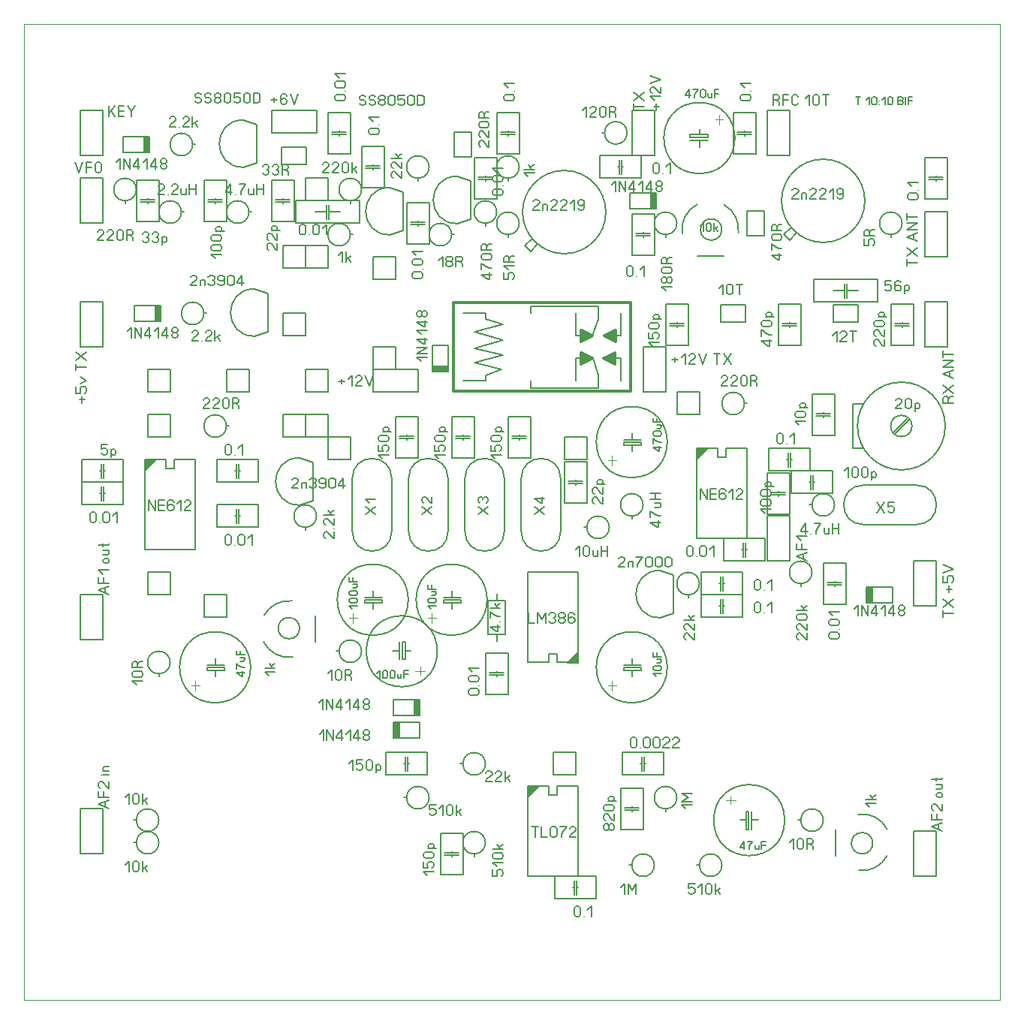
<source format=gbr>
%FSLAX34Y34*%
%MOMM*%
%LNCOPPER_BOTTOM*%
G71*
G01*
%ADD10C, 0.00*%
%ADD11C, 0.15*%
%ADD12C, 0.21*%
%ADD13C, 0.10*%
%ADD14C, 0.16*%
%ADD15C, 0.12*%
%ADD16C, 0.00*%
%ADD17C, 0.30*%
%ADD18C, 0.20*%
%LPD*%
G54D10*
X-50000Y1050000D02*
X1050000Y1050000D01*
X1050000Y-50000D01*
X-50000Y-50000D01*
X-50000Y1050000D01*
G54D11*
X12700Y952500D02*
X38100Y952500D01*
X38100Y901700D01*
X12700Y901700D01*
X12700Y952500D01*
G54D11*
X139700Y914400D02*
X142800Y914400D01*
G54D11*
G75*
G01X139700Y914400D02*
G03X139700Y914400I-12700J0D01*
G01*
G54D12*
X120574Y934327D02*
X113641Y934327D01*
X113641Y935049D01*
X114508Y936494D01*
X119708Y940827D01*
X120574Y942271D01*
X120574Y943716D01*
X119708Y945160D01*
X117974Y945883D01*
X116241Y945883D01*
X114508Y945160D01*
X113641Y943716D01*
G54D12*
X124618Y934327D02*
X124618Y934327D01*
G54D12*
X135595Y934327D02*
X128662Y934327D01*
X128662Y935049D01*
X129529Y936494D01*
X134729Y940827D01*
X135595Y942271D01*
X135595Y943716D01*
X134729Y945160D01*
X132995Y945883D01*
X131262Y945883D01*
X129529Y945160D01*
X128662Y943716D01*
G54D12*
X139639Y934327D02*
X139639Y945883D01*
G54D12*
X142239Y938660D02*
X144839Y934327D01*
G54D12*
X139639Y937216D02*
X144839Y940827D01*
G54D11*
X91400Y905700D02*
X91400Y923100D01*
X61000Y923100D01*
X61000Y905700D01*
X91400Y905700D01*
G36*
X91300Y905800D02*
X91300Y922500D01*
X84100Y922500D01*
X84100Y905800D01*
X91300Y905800D01*
G37*
G54D13*
X91300Y905800D02*
X91300Y922500D01*
X84100Y922500D01*
X84100Y905800D01*
X91300Y905800D01*
G54D12*
X53945Y894116D02*
X58279Y898450D01*
X58279Y886894D01*
G54D12*
X62322Y886894D02*
X62322Y898450D01*
X69256Y886894D01*
X69256Y898450D01*
G54D12*
X78499Y886894D02*
X78499Y898450D01*
X73299Y891227D01*
X73299Y889783D01*
X80233Y889783D01*
G54D12*
X84276Y894116D02*
X88610Y898450D01*
X88610Y886894D01*
G54D12*
X97853Y886894D02*
X97853Y898450D01*
X92653Y891227D01*
X92653Y889783D01*
X99587Y889783D01*
G54D12*
X107964Y892672D02*
X106230Y892672D01*
X104497Y893394D01*
X103630Y894838D01*
X103630Y896283D01*
X104497Y897727D01*
X106230Y898450D01*
X107964Y898450D01*
X109697Y897727D01*
X110564Y896283D01*
X110564Y894838D01*
X109697Y893394D01*
X107964Y892672D01*
X109697Y891950D01*
X110564Y890505D01*
X110564Y889061D01*
X109697Y887616D01*
X107964Y886894D01*
X106230Y886894D01*
X104497Y887616D01*
X103630Y889061D01*
X103630Y890505D01*
X104497Y891950D01*
X106230Y892672D01*
G54D11*
X196566Y888671D02*
X211766Y893571D01*
X211766Y937171D01*
X196566Y942071D01*
G54D11*
G75*
G01X196466Y942021D02*
G03X196466Y888721I0J-26650D01*
G01*
G54D12*
X142816Y963252D02*
X143683Y961807D01*
X145416Y961085D01*
X147149Y961085D01*
X148883Y961807D01*
X149749Y963252D01*
X149749Y964696D01*
X148883Y966141D01*
X147149Y966863D01*
X145416Y966863D01*
X143683Y967585D01*
X142816Y969029D01*
X142816Y970474D01*
X143683Y971918D01*
X145416Y972641D01*
X147149Y972641D01*
X148883Y971918D01*
X149749Y970474D01*
G54D12*
X153793Y963252D02*
X154660Y961807D01*
X156393Y961085D01*
X158126Y961085D01*
X159860Y961807D01*
X160726Y963252D01*
X160726Y964696D01*
X159860Y966141D01*
X158126Y966863D01*
X156393Y966863D01*
X154660Y967585D01*
X153793Y969029D01*
X153793Y970474D01*
X154660Y971918D01*
X156393Y972641D01*
X158126Y972641D01*
X159860Y971918D01*
X160726Y970474D01*
G54D12*
X169103Y966863D02*
X167370Y966863D01*
X165637Y967585D01*
X164770Y969029D01*
X164770Y970474D01*
X165637Y971918D01*
X167370Y972641D01*
X169103Y972641D01*
X170837Y971918D01*
X171703Y970474D01*
X171703Y969029D01*
X170837Y967585D01*
X169103Y966863D01*
X170837Y966141D01*
X171703Y964696D01*
X171703Y963252D01*
X170837Y961807D01*
X169103Y961085D01*
X167370Y961085D01*
X165637Y961807D01*
X164770Y963252D01*
X164770Y964696D01*
X165637Y966141D01*
X167370Y966863D01*
G54D12*
X182680Y970474D02*
X182680Y963252D01*
X181814Y961807D01*
X180080Y961085D01*
X178347Y961085D01*
X176614Y961807D01*
X175747Y963252D01*
X175747Y970474D01*
X176614Y971918D01*
X178347Y972641D01*
X180080Y972641D01*
X181814Y971918D01*
X182680Y970474D01*
G54D12*
X193657Y972641D02*
X186724Y972641D01*
X186724Y967585D01*
X187591Y967585D01*
X189324Y968307D01*
X191057Y968307D01*
X192791Y967585D01*
X193657Y966141D01*
X193657Y963252D01*
X192791Y961807D01*
X191057Y961085D01*
X189324Y961085D01*
X187591Y961807D01*
X186724Y963252D01*
G54D12*
X204634Y970474D02*
X204634Y963252D01*
X203768Y961807D01*
X202034Y961085D01*
X200301Y961085D01*
X198568Y961807D01*
X197701Y963252D01*
X197701Y970474D01*
X198568Y971918D01*
X200301Y972641D01*
X202034Y972641D01*
X203768Y971918D01*
X204634Y970474D01*
G54D12*
X208678Y961085D02*
X208678Y972641D01*
X213011Y972641D01*
X214745Y971918D01*
X215611Y970474D01*
X215611Y963252D01*
X214745Y961807D01*
X213011Y961085D01*
X208678Y961085D01*
G54D11*
X228600Y927100D02*
X228600Y952500D01*
X279400Y952500D01*
X279400Y927100D01*
X228600Y927100D01*
G54D12*
X227850Y964806D02*
X234783Y964806D01*
G54D12*
X231317Y967694D02*
X231317Y961917D01*
G54D12*
X245760Y969139D02*
X244894Y970583D01*
X243160Y971306D01*
X241427Y971306D01*
X239694Y970583D01*
X238827Y969139D01*
X238827Y965528D01*
X238827Y964806D01*
X241427Y966250D01*
X243160Y966250D01*
X244894Y965528D01*
X245760Y964083D01*
X245760Y961917D01*
X244894Y960472D01*
X243160Y959750D01*
X241427Y959750D01*
X239694Y960472D01*
X238827Y961917D01*
X238827Y965528D01*
G54D12*
X249804Y971306D02*
X254137Y959750D01*
X258471Y971306D01*
G54D11*
X239700Y911200D02*
X268300Y911200D01*
X268300Y892200D01*
X239700Y892200D01*
X239700Y911200D01*
G54D12*
X218600Y889739D02*
X219467Y891183D01*
X221200Y891906D01*
X222933Y891906D01*
X224667Y891183D01*
X225533Y889739D01*
X225533Y888294D01*
X224667Y886850D01*
X222933Y886128D01*
X224667Y885406D01*
X225533Y883961D01*
X225533Y882517D01*
X224667Y881072D01*
X222933Y880350D01*
X221200Y880350D01*
X219467Y881072D01*
X218600Y882517D01*
G54D12*
X229577Y889739D02*
X230444Y891183D01*
X232177Y891906D01*
X233910Y891906D01*
X235644Y891183D01*
X236510Y889739D01*
X236510Y888294D01*
X235644Y886850D01*
X233910Y886128D01*
X235644Y885406D01*
X236510Y883961D01*
X236510Y882517D01*
X235644Y881072D01*
X233910Y880350D01*
X232177Y880350D01*
X230444Y881072D01*
X229577Y882517D01*
G54D12*
X244021Y886128D02*
X246621Y884683D01*
X247487Y883239D01*
X247487Y880350D01*
G54D12*
X240554Y880350D02*
X240554Y891906D01*
X244887Y891906D01*
X246621Y891183D01*
X247487Y889739D01*
X247487Y888294D01*
X246621Y886850D01*
X244887Y886128D01*
X240554Y886128D01*
G54D11*
X317500Y950200D02*
X292100Y950200D01*
X292100Y904000D01*
X317500Y904000D01*
X317500Y950200D01*
G54D11*
X312800Y928700D02*
X296800Y928700D01*
G54D11*
X312800Y925500D02*
X296800Y925500D01*
G54D11*
X304800Y928700D02*
X304800Y930300D01*
G54D11*
X304800Y925500D02*
X304800Y923900D01*
G54D12*
X302661Y970583D02*
X309883Y970583D01*
X311328Y969717D01*
X312050Y967983D01*
X312050Y966250D01*
X311328Y964517D01*
X309883Y963650D01*
X302661Y963650D01*
X301217Y964517D01*
X300494Y966250D01*
X300494Y967983D01*
X301217Y969717D01*
X302661Y970583D01*
G54D12*
X312050Y974627D02*
X312050Y974627D01*
G54D12*
X302661Y985604D02*
X309883Y985604D01*
X311328Y984738D01*
X312050Y983004D01*
X312050Y981271D01*
X311328Y979538D01*
X309883Y978671D01*
X302661Y978671D01*
X301217Y979538D01*
X300494Y981271D01*
X300494Y983004D01*
X301217Y984738D01*
X302661Y985604D01*
G54D12*
X304828Y989648D02*
X300494Y993981D01*
X312050Y993981D01*
G54D11*
X361666Y812471D02*
X376866Y817371D01*
X376866Y860971D01*
X361666Y865871D01*
G54D11*
G75*
G01X361566Y865821D02*
G03X361566Y812521I0J-26650D01*
G01*
G54D12*
X327666Y960724D02*
X328532Y959279D01*
X330266Y958557D01*
X331999Y958557D01*
X333732Y959279D01*
X334599Y960724D01*
X334599Y962168D01*
X333732Y963613D01*
X331999Y964335D01*
X330266Y964335D01*
X328532Y965057D01*
X327666Y966501D01*
X327666Y967946D01*
X328532Y969390D01*
X330266Y970113D01*
X331999Y970113D01*
X333732Y969390D01*
X334599Y967946D01*
G54D12*
X338643Y960724D02*
X339509Y959279D01*
X341243Y958557D01*
X342976Y958557D01*
X344709Y959279D01*
X345576Y960724D01*
X345576Y962168D01*
X344709Y963613D01*
X342976Y964335D01*
X341243Y964335D01*
X339509Y965057D01*
X338643Y966501D01*
X338643Y967946D01*
X339509Y969390D01*
X341243Y970113D01*
X342976Y970113D01*
X344709Y969390D01*
X345576Y967946D01*
G54D12*
X353953Y964335D02*
X352220Y964335D01*
X350486Y965057D01*
X349620Y966501D01*
X349620Y967946D01*
X350486Y969390D01*
X352220Y970113D01*
X353953Y970113D01*
X355686Y969390D01*
X356553Y967946D01*
X356553Y966501D01*
X355686Y965057D01*
X353953Y964335D01*
X355686Y963613D01*
X356553Y962168D01*
X356553Y960724D01*
X355686Y959279D01*
X353953Y958557D01*
X352220Y958557D01*
X350486Y959279D01*
X349620Y960724D01*
X349620Y962168D01*
X350486Y963613D01*
X352220Y964335D01*
G54D12*
X367530Y967946D02*
X367530Y960724D01*
X366663Y959279D01*
X364930Y958557D01*
X363197Y958557D01*
X361463Y959279D01*
X360597Y960724D01*
X360597Y967946D01*
X361463Y969390D01*
X363197Y970113D01*
X364930Y970113D01*
X366663Y969390D01*
X367530Y967946D01*
G54D12*
X378507Y970113D02*
X371574Y970113D01*
X371574Y965057D01*
X372440Y965057D01*
X374174Y965779D01*
X375907Y965779D01*
X377640Y965057D01*
X378507Y963613D01*
X378507Y960724D01*
X377640Y959279D01*
X375907Y958557D01*
X374174Y958557D01*
X372440Y959279D01*
X371574Y960724D01*
G54D12*
X389484Y967946D02*
X389484Y960724D01*
X388617Y959279D01*
X386884Y958557D01*
X385151Y958557D01*
X383417Y959279D01*
X382551Y960724D01*
X382551Y967946D01*
X383417Y969390D01*
X385151Y970113D01*
X386884Y970113D01*
X388617Y969390D01*
X389484Y967946D01*
G54D12*
X393528Y958557D02*
X393528Y970113D01*
X397861Y970113D01*
X399594Y969390D01*
X400461Y967946D01*
X400461Y960724D01*
X399594Y959279D01*
X397861Y958557D01*
X393528Y958557D01*
G54D11*
X12700Y876300D02*
X38100Y876300D01*
X38100Y825500D01*
X12700Y825500D01*
X12700Y876300D01*
G54D12*
X7250Y894206D02*
X11583Y882650D01*
X15917Y894206D01*
G54D12*
X19961Y882650D02*
X19961Y894206D01*
X26028Y894206D01*
G54D12*
X19961Y888428D02*
X26028Y888428D01*
G54D12*
X37005Y892039D02*
X37005Y884817D01*
X36139Y883372D01*
X34405Y882650D01*
X32672Y882650D01*
X30939Y883372D01*
X30072Y884817D01*
X30072Y892039D01*
X30939Y893483D01*
X32672Y894206D01*
X34405Y894206D01*
X36139Y893483D01*
X37005Y892039D01*
G54D11*
X63500Y850900D02*
X63500Y847800D01*
G54D11*
G75*
G01X63500Y850900D02*
G03X63500Y850900I0J12700D01*
G01*
G54D12*
X39560Y806359D02*
X32627Y806359D01*
X32627Y807081D01*
X33494Y808526D01*
X38694Y812859D01*
X39560Y814303D01*
X39560Y815748D01*
X38694Y817192D01*
X36960Y817915D01*
X35227Y817915D01*
X33494Y817192D01*
X32627Y815748D01*
G54D12*
X50537Y806359D02*
X43604Y806359D01*
X43604Y807081D01*
X44471Y808526D01*
X49671Y812859D01*
X50537Y814303D01*
X50537Y815748D01*
X49671Y817192D01*
X47937Y817915D01*
X46204Y817915D01*
X44471Y817192D01*
X43604Y815748D01*
G54D12*
X61514Y815748D02*
X61514Y808526D01*
X60648Y807081D01*
X58914Y806359D01*
X57181Y806359D01*
X55448Y807081D01*
X54581Y808526D01*
X54581Y815748D01*
X55448Y817192D01*
X57181Y817915D01*
X58914Y817915D01*
X60648Y817192D01*
X61514Y815748D01*
G54D12*
X69025Y812137D02*
X71625Y810692D01*
X72491Y809248D01*
X72491Y806359D01*
G54D12*
X65558Y806359D02*
X65558Y817915D01*
X69891Y817915D01*
X71625Y817192D01*
X72491Y815748D01*
X72491Y814303D01*
X71625Y812859D01*
X69891Y812137D01*
X65558Y812137D01*
G54D11*
X101600Y874000D02*
X76200Y874000D01*
X76200Y827800D01*
X101600Y827800D01*
X101600Y874000D01*
G54D11*
X96900Y852500D02*
X80900Y852500D01*
G54D11*
X96900Y849300D02*
X80900Y849300D01*
G54D11*
X88900Y852500D02*
X88900Y854100D01*
G54D11*
X88900Y849300D02*
X88900Y847700D01*
G54D12*
X83450Y813539D02*
X84317Y814983D01*
X86050Y815706D01*
X87783Y815706D01*
X89517Y814983D01*
X90383Y813539D01*
X90383Y812094D01*
X89517Y810650D01*
X87783Y809928D01*
X89517Y809206D01*
X90383Y807761D01*
X90383Y806317D01*
X89517Y804872D01*
X87783Y804150D01*
X86050Y804150D01*
X84317Y804872D01*
X83450Y806317D01*
G54D12*
X94427Y813539D02*
X95294Y814983D01*
X97027Y815706D01*
X98760Y815706D01*
X100494Y814983D01*
X101360Y813539D01*
X101360Y812094D01*
X100494Y810650D01*
X98760Y809928D01*
X100494Y809206D01*
X101360Y807761D01*
X101360Y806317D01*
X100494Y804872D01*
X98760Y804150D01*
X97027Y804150D01*
X95294Y804872D01*
X94427Y806317D01*
G54D12*
X105404Y810650D02*
X105404Y801261D01*
G54D12*
X105404Y806317D02*
X106271Y804439D01*
X108004Y804150D01*
X109737Y804439D01*
X110604Y805883D01*
X110604Y808772D01*
X109737Y810217D01*
X108004Y810650D01*
X106271Y810217D01*
X105404Y808483D01*
G54D11*
X127000Y838200D02*
X130100Y838200D01*
G54D11*
G75*
G01X127000Y838200D02*
G03X127000Y838200I-12700J0D01*
G01*
G54D12*
X107874Y858127D02*
X100941Y858127D01*
X100941Y858849D01*
X101808Y860294D01*
X107008Y864627D01*
X107874Y866071D01*
X107874Y867516D01*
X107008Y868960D01*
X105274Y869683D01*
X103541Y869683D01*
X101808Y868960D01*
X100941Y867516D01*
G54D12*
X111918Y858127D02*
X111918Y858127D01*
G54D12*
X122895Y858127D02*
X115962Y858127D01*
X115962Y858849D01*
X116829Y860294D01*
X122029Y864627D01*
X122895Y866071D01*
X122895Y867516D01*
X122029Y868960D01*
X120295Y869683D01*
X118562Y869683D01*
X116829Y868960D01*
X115962Y867516D01*
G54D12*
X132139Y864627D02*
X132139Y858127D01*
G54D12*
X132139Y859571D02*
X131272Y858416D01*
X129539Y858127D01*
X127806Y858416D01*
X126939Y859571D01*
X126939Y864627D01*
G54D12*
X136183Y858127D02*
X136183Y869683D01*
G54D12*
X143116Y858127D02*
X143116Y869683D01*
G54D12*
X136183Y863905D02*
X143116Y863905D01*
G54D11*
X177800Y874000D02*
X152400Y874000D01*
X152400Y827800D01*
X177800Y827800D01*
X177800Y874000D01*
G54D11*
X173100Y852500D02*
X157100Y852500D01*
G54D11*
X173100Y849300D02*
X157100Y849300D01*
G54D11*
X165100Y852500D02*
X165100Y854100D01*
G54D11*
X165100Y849300D02*
X165100Y847700D01*
G54D12*
X165128Y785850D02*
X160794Y790183D01*
X172350Y790183D01*
G54D12*
X162961Y801160D02*
X170183Y801160D01*
X171628Y800294D01*
X172350Y798560D01*
X172350Y796827D01*
X171628Y795094D01*
X170183Y794227D01*
X162961Y794227D01*
X161517Y795094D01*
X160794Y796827D01*
X160794Y798560D01*
X161517Y800294D01*
X162961Y801160D01*
G54D12*
X162961Y812137D02*
X170183Y812137D01*
X171628Y811271D01*
X172350Y809537D01*
X172350Y807804D01*
X171628Y806071D01*
X170183Y805204D01*
X162961Y805204D01*
X161517Y806071D01*
X160794Y807804D01*
X160794Y809537D01*
X161517Y811271D01*
X162961Y812137D01*
G54D12*
X165850Y816181D02*
X175239Y816181D01*
G54D12*
X170183Y816181D02*
X172061Y817048D01*
X172350Y818781D01*
X172061Y820514D01*
X170617Y821381D01*
X167728Y821381D01*
X166283Y820514D01*
X165850Y818781D01*
X166283Y817048D01*
X168017Y816181D01*
G54D11*
X203200Y838200D02*
X206300Y838200D01*
G54D11*
G75*
G01X203200Y838200D02*
G03X203200Y838200I-12700J0D01*
G01*
G54D12*
X182341Y858127D02*
X182341Y869683D01*
X177141Y862460D01*
X177141Y861016D01*
X184074Y861016D01*
G54D12*
X188118Y858127D02*
X188118Y858127D01*
G54D12*
X192162Y869683D02*
X199095Y869683D01*
X198229Y868238D01*
X196495Y866071D01*
X194762Y863183D01*
X193895Y861016D01*
X193895Y858127D01*
G54D12*
X208339Y864627D02*
X208339Y858127D01*
G54D12*
X208339Y859571D02*
X207472Y858416D01*
X205739Y858127D01*
X204006Y858416D01*
X203139Y859571D01*
X203139Y864627D01*
G54D12*
X212383Y858127D02*
X212383Y869683D01*
G54D12*
X219316Y858127D02*
X219316Y869683D01*
G54D12*
X212383Y863905D02*
X219316Y863905D01*
G54D11*
X254000Y874000D02*
X228600Y874000D01*
X228600Y827800D01*
X254000Y827800D01*
X254000Y874000D01*
G54D11*
X249300Y852500D02*
X233300Y852500D01*
G54D11*
X249300Y849300D02*
X233300Y849300D01*
G54D11*
X241300Y852500D02*
X241300Y854100D01*
G54D11*
X241300Y849300D02*
X241300Y847700D01*
G54D12*
X235100Y802690D02*
X235100Y795756D01*
X234378Y795756D01*
X232933Y796623D01*
X228600Y801823D01*
X227156Y802690D01*
X225711Y802690D01*
X224267Y801823D01*
X223544Y800090D01*
X223544Y798356D01*
X224267Y796623D01*
X225711Y795756D01*
G54D12*
X235100Y813667D02*
X235100Y806733D01*
X234378Y806733D01*
X232933Y807600D01*
X228600Y812800D01*
X227156Y813667D01*
X225711Y813667D01*
X224267Y812800D01*
X223544Y811067D01*
X223544Y809333D01*
X224267Y807600D01*
X225711Y806733D01*
G54D12*
X228600Y817710D02*
X237989Y817710D01*
G54D12*
X232933Y817710D02*
X234811Y818577D01*
X235100Y820310D01*
X234811Y822044D01*
X233367Y822910D01*
X230478Y822910D01*
X229033Y822044D01*
X228600Y820310D01*
X229033Y818577D01*
X230767Y817710D01*
G54D11*
X317500Y850900D02*
X317500Y847800D01*
G54D11*
G75*
G01X317500Y850900D02*
G03X317500Y850900I0J12700D01*
G01*
G54D12*
X293560Y882559D02*
X286627Y882559D01*
X286627Y883281D01*
X287494Y884726D01*
X292694Y889059D01*
X293560Y890503D01*
X293560Y891948D01*
X292694Y893392D01*
X290960Y894115D01*
X289227Y894115D01*
X287494Y893392D01*
X286627Y891948D01*
G54D12*
X304537Y882559D02*
X297604Y882559D01*
X297604Y883281D01*
X298471Y884726D01*
X303671Y889059D01*
X304537Y890503D01*
X304537Y891948D01*
X303671Y893392D01*
X301937Y894115D01*
X300204Y894115D01*
X298471Y893392D01*
X297604Y891948D01*
G54D12*
X315514Y891948D02*
X315514Y884726D01*
X314648Y883281D01*
X312914Y882559D01*
X311181Y882559D01*
X309448Y883281D01*
X308581Y884726D01*
X308581Y891948D01*
X309448Y893392D01*
X311181Y894115D01*
X312914Y894115D01*
X314648Y893392D01*
X315514Y891948D01*
G54D12*
X319558Y882559D02*
X319558Y894115D01*
G54D12*
X322158Y886892D02*
X324758Y882559D01*
G54D12*
X319558Y885448D02*
X324758Y889059D01*
G54D11*
X355600Y912100D02*
X330200Y912100D01*
X330200Y865900D01*
X355600Y865900D01*
X355600Y912100D01*
G54D11*
X350900Y890600D02*
X334900Y890600D01*
G54D11*
X350900Y887400D02*
X334900Y887400D01*
G54D11*
X342900Y890600D02*
X342900Y892200D01*
G54D11*
X342900Y887400D02*
X342900Y885800D01*
G54D12*
X340761Y932483D02*
X347983Y932483D01*
X349428Y931617D01*
X350150Y929883D01*
X350150Y928150D01*
X349428Y926417D01*
X347983Y925550D01*
X340761Y925550D01*
X339317Y926417D01*
X338594Y928150D01*
X338594Y929883D01*
X339317Y931617D01*
X340761Y932483D01*
G54D12*
X350150Y936527D02*
X350150Y936527D01*
G54D12*
X342928Y940571D02*
X338594Y944904D01*
X350150Y944904D01*
G54D11*
X381000Y802400D02*
X406400Y802400D01*
X406400Y848600D01*
X381000Y848600D01*
X381000Y802400D01*
G54D11*
X385700Y823900D02*
X401700Y823900D01*
G54D11*
X385700Y827100D02*
X401700Y827100D01*
G54D11*
X393700Y823900D02*
X393700Y822300D01*
G54D11*
X393700Y827100D02*
X393700Y828700D01*
G54D12*
X389761Y770483D02*
X396983Y770483D01*
X398428Y769617D01*
X399150Y767883D01*
X399150Y766150D01*
X398428Y764417D01*
X396983Y763550D01*
X389761Y763550D01*
X388317Y764417D01*
X387594Y766150D01*
X387594Y767883D01*
X388317Y769617D01*
X389761Y770483D01*
G54D12*
X399150Y774527D02*
X399150Y774527D01*
G54D12*
X389761Y785504D02*
X396983Y785504D01*
X398428Y784638D01*
X399150Y782904D01*
X399150Y781171D01*
X398428Y779438D01*
X396983Y778571D01*
X389761Y778571D01*
X388317Y779438D01*
X387594Y781171D01*
X387594Y782904D01*
X388317Y784638D01*
X389761Y785504D01*
G54D12*
X391928Y789548D02*
X387594Y793881D01*
X399150Y793881D01*
G54D11*
X437866Y825171D02*
X453066Y830071D01*
X453066Y873671D01*
X437866Y878571D01*
G54D11*
G75*
G01X437766Y878521D02*
G03X437766Y825221I0J-26650D01*
G01*
G54D11*
X393700Y876300D02*
X393700Y873200D01*
G54D11*
G75*
G01X393700Y876300D02*
G03X393700Y876300I0J12700D01*
G01*
G54D12*
X375527Y883892D02*
X375527Y876959D01*
X374805Y876959D01*
X373360Y877826D01*
X369027Y883026D01*
X367583Y883892D01*
X366138Y883892D01*
X364694Y883026D01*
X363971Y881292D01*
X363971Y879559D01*
X364694Y877826D01*
X366138Y876959D01*
G54D12*
X375527Y894869D02*
X375527Y887936D01*
X374805Y887936D01*
X373360Y888803D01*
X369027Y894003D01*
X367583Y894869D01*
X366138Y894869D01*
X364694Y894003D01*
X363971Y892269D01*
X363971Y890536D01*
X364694Y888803D01*
X366138Y887936D01*
G54D12*
X375527Y898913D02*
X363971Y898913D01*
G54D12*
X371194Y901513D02*
X375527Y904113D01*
G54D12*
X372638Y898913D02*
X369027Y904113D01*
G54D11*
X317500Y812800D02*
X320600Y812800D01*
G54D11*
G75*
G01X317500Y812800D02*
G03X317500Y812800I-12700J0D01*
G01*
G54D12*
X304141Y789149D02*
X308474Y793483D01*
X308474Y781927D01*
G54D12*
X312518Y781927D02*
X312518Y793483D01*
G54D12*
X315118Y786260D02*
X317718Y781927D01*
G54D12*
X312518Y784816D02*
X317718Y788427D01*
G54D11*
X454000Y928700D02*
X454000Y900100D01*
X435000Y900100D01*
X435000Y928700D01*
X454000Y928700D01*
G54D12*
X473950Y918633D02*
X473950Y911700D01*
X473228Y911700D01*
X471783Y912567D01*
X467450Y917767D01*
X466006Y918633D01*
X464561Y918633D01*
X463117Y917767D01*
X462394Y916033D01*
X462394Y914300D01*
X463117Y912567D01*
X464561Y911700D01*
G54D12*
X473950Y929610D02*
X473950Y922677D01*
X473228Y922677D01*
X471783Y923544D01*
X467450Y928744D01*
X466006Y929610D01*
X464561Y929610D01*
X463117Y928744D01*
X462394Y927010D01*
X462394Y925277D01*
X463117Y923544D01*
X464561Y922677D01*
G54D12*
X464561Y940587D02*
X471783Y940587D01*
X473228Y939721D01*
X473950Y937987D01*
X473950Y936254D01*
X473228Y934521D01*
X471783Y933654D01*
X464561Y933654D01*
X463117Y934521D01*
X462394Y936254D01*
X462394Y937987D01*
X463117Y939721D01*
X464561Y940587D01*
G54D12*
X468172Y948098D02*
X469617Y950698D01*
X471061Y951564D01*
X473950Y951564D01*
G54D12*
X473950Y944631D02*
X462394Y944631D01*
X462394Y948964D01*
X463117Y950698D01*
X464561Y951564D01*
X466006Y951564D01*
X467450Y950698D01*
X468172Y948964D01*
X468172Y944631D01*
G54D11*
X431800Y812800D02*
X434900Y812800D01*
G54D11*
G75*
G01X431800Y812800D02*
G03X431800Y812800I-12700J0D01*
G01*
G54D12*
X417356Y783789D02*
X421690Y788122D01*
X421690Y776567D01*
G54D12*
X430067Y782344D02*
X428333Y782344D01*
X426600Y783067D01*
X425733Y784511D01*
X425733Y785956D01*
X426600Y787400D01*
X428333Y788122D01*
X430067Y788122D01*
X431800Y787400D01*
X432667Y785956D01*
X432667Y784511D01*
X431800Y783067D01*
X430067Y782344D01*
X431800Y781622D01*
X432667Y780178D01*
X432667Y778733D01*
X431800Y777289D01*
X430067Y776567D01*
X428333Y776567D01*
X426600Y777289D01*
X425733Y778733D01*
X425733Y780178D01*
X426600Y781622D01*
X428333Y782344D01*
G54D12*
X440177Y782344D02*
X442777Y780900D01*
X443644Y779456D01*
X443644Y776567D01*
G54D12*
X436710Y776567D02*
X436710Y788122D01*
X441044Y788122D01*
X442777Y787400D01*
X443644Y785956D01*
X443644Y784511D01*
X442777Y783067D01*
X441044Y782344D01*
X436710Y782344D01*
G54D11*
X482600Y899400D02*
X457200Y899400D01*
X457200Y853200D01*
X482600Y853200D01*
X482600Y899400D01*
G54D11*
X477900Y877900D02*
X461900Y877900D01*
G54D11*
X477900Y874700D02*
X461900Y874700D01*
G54D11*
X469900Y877900D02*
X469900Y879500D01*
G54D11*
X469900Y874700D02*
X469900Y873100D01*
G54D12*
X480067Y864012D02*
X487289Y864012D01*
X488733Y863146D01*
X489456Y861412D01*
X489456Y859679D01*
X488733Y857946D01*
X487289Y857079D01*
X480067Y857079D01*
X478622Y857946D01*
X477900Y859679D01*
X477900Y861412D01*
X478622Y863146D01*
X480067Y864012D01*
G54D12*
X489456Y868056D02*
X489456Y868056D01*
G54D12*
X480067Y879033D02*
X487289Y879033D01*
X488733Y878167D01*
X489456Y876433D01*
X489456Y874700D01*
X488733Y872967D01*
X487289Y872100D01*
X480067Y872100D01*
X478622Y872967D01*
X477900Y874700D01*
X477900Y876433D01*
X478622Y878167D01*
X480067Y879033D01*
G54D12*
X482233Y883077D02*
X477900Y887410D01*
X489456Y887410D01*
G54D11*
X469900Y825500D02*
X469900Y822400D01*
G54D11*
G75*
G01X469900Y825500D02*
G03X469900Y825500I0J12700D01*
G01*
G54D12*
X477127Y767859D02*
X465571Y767859D01*
X472794Y762659D01*
X474238Y762659D01*
X474238Y769592D01*
G54D12*
X465571Y773636D02*
X465571Y780569D01*
X467016Y779703D01*
X469183Y777969D01*
X472071Y776236D01*
X474238Y775369D01*
X477127Y775369D01*
G54D12*
X467738Y791546D02*
X474960Y791546D01*
X476405Y790680D01*
X477127Y788946D01*
X477127Y787213D01*
X476405Y785480D01*
X474960Y784613D01*
X467738Y784613D01*
X466294Y785480D01*
X465571Y787213D01*
X465571Y788946D01*
X466294Y790680D01*
X467738Y791546D01*
G54D12*
X471349Y799057D02*
X472794Y801657D01*
X474238Y802523D01*
X477127Y802523D01*
G54D12*
X477127Y795590D02*
X465571Y795590D01*
X465571Y799923D01*
X466294Y801657D01*
X467738Y802523D01*
X469183Y802523D01*
X470627Y801657D01*
X471349Y799923D01*
X471349Y795590D01*
G54D11*
X495300Y876300D02*
X495300Y873200D01*
G54D11*
G75*
G01X495300Y876300D02*
G03X495300Y876300I0J12700D01*
G01*
G54D12*
X517811Y878023D02*
X513478Y882356D01*
X525033Y882356D01*
G54D12*
X525033Y886400D02*
X513478Y886400D01*
G54D12*
X520700Y889000D02*
X525033Y891600D01*
G54D12*
X522144Y886400D02*
X518533Y891600D01*
G54D11*
G75*
G01X558800Y885143D02*
G03X558800Y885143I0J-46950D01*
G01*
G54D11*
X528800Y802100D02*
X520700Y794000D01*
X514600Y800100D01*
X522700Y808200D01*
G54D12*
X530830Y840693D02*
X523897Y840693D01*
X523897Y841415D01*
X524764Y842860D01*
X529964Y847193D01*
X530830Y848637D01*
X530830Y850082D01*
X529964Y851526D01*
X528230Y852249D01*
X526497Y852249D01*
X524764Y851526D01*
X523897Y850082D01*
G54D12*
X534874Y840693D02*
X534874Y847193D01*
G54D12*
X534874Y845749D02*
X535741Y846760D01*
X537474Y847193D01*
X539207Y846760D01*
X540074Y845749D01*
X540074Y840693D01*
G54D12*
X551051Y840693D02*
X544118Y840693D01*
X544118Y841415D01*
X544985Y842860D01*
X550185Y847193D01*
X551051Y848637D01*
X551051Y850082D01*
X550185Y851526D01*
X548451Y852249D01*
X546718Y852249D01*
X544985Y851526D01*
X544118Y850082D01*
G54D12*
X562028Y840693D02*
X555095Y840693D01*
X555095Y841415D01*
X555962Y842860D01*
X561162Y847193D01*
X562028Y848637D01*
X562028Y850082D01*
X561162Y851526D01*
X559428Y852249D01*
X557695Y852249D01*
X555962Y851526D01*
X555095Y850082D01*
G54D12*
X566072Y847915D02*
X570405Y852249D01*
X570405Y840693D01*
G54D12*
X574449Y842860D02*
X575316Y841415D01*
X577049Y840693D01*
X578782Y840693D01*
X580516Y841415D01*
X581382Y842860D01*
X581382Y846471D01*
X581382Y847193D01*
X578782Y845749D01*
X577049Y845749D01*
X575316Y846471D01*
X574449Y847915D01*
X574449Y850082D01*
X575316Y851526D01*
X577049Y852249D01*
X578782Y852249D01*
X580516Y851526D01*
X581382Y850082D01*
X581382Y846471D01*
G54D11*
X495300Y812800D02*
X495300Y809700D01*
G54D11*
G75*
G01X495300Y812800D02*
G03X495300Y812800I0J12700D01*
G01*
G54D12*
X490971Y769592D02*
X490971Y762659D01*
X496027Y762659D01*
X496027Y763526D01*
X495305Y765259D01*
X495305Y766992D01*
X496027Y768726D01*
X497471Y769592D01*
X500360Y769592D01*
X501805Y768726D01*
X502527Y766992D01*
X502527Y765259D01*
X501805Y763526D01*
X500360Y762659D01*
G54D12*
X495305Y773636D02*
X490971Y777969D01*
X502527Y777969D01*
G54D12*
X496749Y785480D02*
X498194Y788080D01*
X499638Y788946D01*
X502527Y788946D01*
G54D12*
X502527Y782013D02*
X490971Y782013D01*
X490971Y786346D01*
X491694Y788080D01*
X493138Y788946D01*
X494583Y788946D01*
X496027Y788080D01*
X496749Y786346D01*
X496749Y782013D01*
G54D11*
X508000Y950200D02*
X482600Y950200D01*
X482600Y904000D01*
X508000Y904000D01*
X508000Y950200D01*
G54D11*
X503300Y928700D02*
X487300Y928700D01*
G54D11*
X503300Y925500D02*
X487300Y925500D01*
G54D11*
X495300Y928700D02*
X495300Y930300D01*
G54D11*
X495300Y925500D02*
X495300Y923900D01*
G54D12*
X493161Y970583D02*
X500383Y970583D01*
X501828Y969717D01*
X502550Y967983D01*
X502550Y966250D01*
X501828Y964517D01*
X500383Y963650D01*
X493161Y963650D01*
X491717Y964517D01*
X490994Y966250D01*
X490994Y967983D01*
X491717Y969717D01*
X493161Y970583D01*
G54D12*
X502550Y974627D02*
X502550Y974627D01*
G54D12*
X495328Y978671D02*
X490994Y983004D01*
X502550Y983004D01*
G54D11*
X645400Y876300D02*
X645400Y901700D01*
X599200Y901700D01*
X599200Y876300D01*
X645400Y876300D01*
G54D11*
X623900Y881000D02*
X623900Y897000D01*
G54D11*
X620700Y881000D02*
X620700Y897000D01*
G54D11*
X623900Y889000D02*
X625500Y889000D01*
G54D11*
X620700Y889000D02*
X619100Y889000D01*
G54D12*
X665783Y891139D02*
X665783Y883917D01*
X664917Y882472D01*
X663183Y881750D01*
X661450Y881750D01*
X659717Y882472D01*
X658850Y883917D01*
X658850Y891139D01*
X659717Y892583D01*
X661450Y893306D01*
X663183Y893306D01*
X664917Y892583D01*
X665783Y891139D01*
G54D12*
X669827Y881750D02*
X669827Y881750D01*
G54D12*
X673871Y888972D02*
X678204Y893306D01*
X678204Y881750D01*
G54D11*
X662900Y842200D02*
X662900Y859600D01*
X632500Y859600D01*
X632500Y842200D01*
X662900Y842200D01*
G36*
X662800Y842300D02*
X662800Y859000D01*
X655600Y859000D01*
X655600Y842300D01*
X662800Y842300D01*
G37*
G54D13*
X662800Y842300D02*
X662800Y859000D01*
X655600Y859000D01*
X655600Y842300D01*
X662800Y842300D01*
G54D12*
X612746Y868716D02*
X617079Y873050D01*
X617079Y861494D01*
G54D12*
X621122Y861494D02*
X621122Y873050D01*
X628056Y861494D01*
X628056Y873050D01*
G54D12*
X637300Y861494D02*
X637300Y873050D01*
X632100Y865827D01*
X632100Y864383D01*
X639033Y864383D01*
G54D12*
X643076Y868716D02*
X647410Y873050D01*
X647410Y861494D01*
G54D12*
X656654Y861494D02*
X656654Y873050D01*
X651454Y865827D01*
X651454Y864383D01*
X658387Y864383D01*
G54D12*
X666764Y867272D02*
X665030Y867272D01*
X663297Y867994D01*
X662430Y869438D01*
X662430Y870883D01*
X663297Y872327D01*
X665030Y873050D01*
X666764Y873050D01*
X668497Y872327D01*
X669364Y870883D01*
X669364Y869438D01*
X668497Y867994D01*
X666764Y867272D01*
X668497Y866550D01*
X669364Y865105D01*
X669364Y863661D01*
X668497Y862216D01*
X666764Y861494D01*
X665030Y861494D01*
X663297Y862216D01*
X662430Y863661D01*
X662430Y865105D01*
X663297Y866550D01*
X665030Y867272D01*
G54D11*
X660400Y835900D02*
X635000Y835900D01*
X635000Y789700D01*
X660400Y789700D01*
X660400Y835900D01*
G54D11*
X655700Y814400D02*
X639700Y814400D01*
G54D11*
X655700Y811200D02*
X639700Y811200D01*
G54D11*
X647700Y814400D02*
X647700Y816000D01*
G54D11*
X647700Y811200D02*
X647700Y809600D01*
G54D12*
X636483Y775439D02*
X636483Y768217D01*
X635617Y766772D01*
X633883Y766050D01*
X632150Y766050D01*
X630417Y766772D01*
X629550Y768217D01*
X629550Y775439D01*
X630417Y776883D01*
X632150Y777606D01*
X633883Y777606D01*
X635617Y776883D01*
X636483Y775439D01*
G54D12*
X640527Y766050D02*
X640527Y766050D01*
G54D12*
X644571Y773272D02*
X648904Y777606D01*
X648904Y766050D01*
G54D11*
X673100Y812800D02*
X673100Y809700D01*
G54D11*
G75*
G01X673100Y812800D02*
G03X673100Y812800I0J12700D01*
G01*
G54D12*
X673105Y749959D02*
X668771Y754292D01*
X680327Y754292D01*
G54D12*
X674549Y762669D02*
X674549Y760936D01*
X673827Y759203D01*
X672383Y758336D01*
X670938Y758336D01*
X669494Y759203D01*
X668771Y760936D01*
X668771Y762669D01*
X669494Y764403D01*
X670938Y765269D01*
X672383Y765269D01*
X673827Y764403D01*
X674549Y762669D01*
X675271Y764403D01*
X676716Y765269D01*
X678160Y765269D01*
X679605Y764403D01*
X680327Y762669D01*
X680327Y760936D01*
X679605Y759203D01*
X678160Y758336D01*
X676716Y758336D01*
X675271Y759203D01*
X674549Y760936D01*
G54D12*
X670938Y776246D02*
X678160Y776246D01*
X679605Y775380D01*
X680327Y773646D01*
X680327Y771913D01*
X679605Y770180D01*
X678160Y769313D01*
X670938Y769313D01*
X669494Y770180D01*
X668771Y771913D01*
X668771Y773646D01*
X669494Y775380D01*
X670938Y776246D01*
G54D12*
X674549Y783757D02*
X675994Y786357D01*
X677438Y787223D01*
X680327Y787223D01*
G54D12*
X680327Y780290D02*
X668771Y780290D01*
X668771Y784623D01*
X669494Y786357D01*
X670938Y787223D01*
X672383Y787223D01*
X673827Y786357D01*
X674549Y784623D01*
X674549Y780290D01*
G54D11*
X709200Y788600D02*
X738600Y788600D01*
G54D11*
G75*
G01X708972Y847012D02*
G03X691811Y814046I14528J-28512D01*
G01*
G54D11*
G75*
G01X755262Y814600D02*
G03X739014Y846488I-31762J3900D01*
G01*
G54D11*
G75*
G01X736500Y818500D02*
G03X736500Y818500I-12000J0D01*
G01*
G54D14*
X712723Y822389D02*
X716056Y825722D01*
X716056Y816833D01*
G54D14*
X724500Y824056D02*
X724500Y818500D01*
X723833Y817389D01*
X722500Y816833D01*
X721167Y816833D01*
X719833Y817389D01*
X719167Y818500D01*
X719167Y824056D01*
X719833Y825167D01*
X721167Y825722D01*
X722500Y825722D01*
X723833Y825167D01*
X724500Y824056D01*
G54D14*
X727611Y816833D02*
X727611Y825722D01*
G54D14*
X729611Y820167D02*
X731611Y816833D01*
G54D14*
X727611Y819056D02*
X731611Y821833D01*
G54D11*
X700500Y922200D02*
X700500Y925400D01*
X720500Y925400D01*
X720500Y922200D01*
X700500Y922200D01*
G54D11*
X700500Y919000D02*
X720500Y919000D01*
G54D11*
G75*
G01X711200Y961700D02*
G03X711200Y961700I0J-40000D01*
G01*
G54D11*
X711200Y918700D02*
X711200Y911700D01*
G54D11*
X711200Y925700D02*
X711200Y931700D01*
G54D15*
X733400Y947700D02*
X733400Y937000D01*
G54D15*
X729000Y942400D02*
X737900Y942400D01*
G54D14*
X699850Y967450D02*
X699850Y976339D01*
X695850Y970783D01*
X695850Y969672D01*
X701183Y969672D01*
G54D14*
X704294Y976339D02*
X709627Y976339D01*
X708961Y975228D01*
X707627Y973561D01*
X706294Y971339D01*
X705627Y969672D01*
X705627Y967450D01*
G54D14*
X718071Y974672D02*
X718071Y969117D01*
X717405Y968006D01*
X716071Y967450D01*
X714738Y967450D01*
X713405Y968006D01*
X712738Y969117D01*
X712738Y974672D01*
X713405Y975783D01*
X714738Y976339D01*
X716071Y976339D01*
X717405Y975783D01*
X718071Y974672D01*
G54D14*
X725182Y972450D02*
X725182Y967450D01*
G54D14*
X725182Y968561D02*
X724515Y967672D01*
X723182Y967450D01*
X721849Y967672D01*
X721182Y968561D01*
X721182Y972450D01*
G54D14*
X728293Y967450D02*
X728293Y976339D01*
X732960Y976339D01*
G54D14*
X728293Y971894D02*
X732960Y971894D01*
G54D11*
X604278Y927499D02*
X601178Y927499D01*
G54D11*
G75*
G01X604278Y927499D02*
G03X604278Y927499I12700J0D01*
G01*
G54D12*
X579538Y952894D02*
X583871Y957228D01*
X583871Y945672D01*
G54D12*
X594848Y945672D02*
X587914Y945672D01*
X587914Y946394D01*
X588781Y947839D01*
X593981Y952172D01*
X594848Y953617D01*
X594848Y955061D01*
X593981Y956505D01*
X592248Y957228D01*
X590514Y957228D01*
X588781Y956505D01*
X587914Y955061D01*
G54D12*
X605825Y955061D02*
X605825Y947839D01*
X604958Y946394D01*
X603225Y945672D01*
X601492Y945672D01*
X599758Y946394D01*
X598892Y947839D01*
X598892Y955061D01*
X599758Y956505D01*
X601492Y957228D01*
X603225Y957228D01*
X604958Y956505D01*
X605825Y955061D01*
G54D12*
X613335Y951450D02*
X615935Y950005D01*
X616802Y948561D01*
X616802Y945672D01*
G54D12*
X609868Y945672D02*
X609868Y957228D01*
X614202Y957228D01*
X615935Y956505D01*
X616802Y955061D01*
X616802Y953617D01*
X615935Y952172D01*
X614202Y951450D01*
X609868Y951450D01*
G54D11*
X635000Y952500D02*
X660400Y952500D01*
X660400Y901700D01*
X635000Y901700D01*
X635000Y952500D01*
G54D12*
X649050Y956717D02*
X637494Y956717D01*
G54D12*
X637494Y953250D02*
X637494Y960183D01*
G54D12*
X637494Y964227D02*
X649050Y972894D01*
G54D12*
X649050Y964227D02*
X637494Y972894D01*
G54D12*
X662594Y953250D02*
X662594Y960183D01*
G54D12*
X659706Y956717D02*
X665483Y956717D01*
G54D12*
X660428Y964227D02*
X656094Y968560D01*
X667650Y968560D01*
G54D12*
X667650Y979537D02*
X667650Y972604D01*
X666928Y972604D01*
X665483Y973471D01*
X661150Y978671D01*
X659706Y979537D01*
X658261Y979537D01*
X656817Y978671D01*
X656094Y976937D01*
X656094Y975204D01*
X656817Y973471D01*
X658261Y972604D01*
G54D12*
X656094Y983581D02*
X667650Y987914D01*
X656094Y992248D01*
G54D11*
X774700Y950200D02*
X749300Y950200D01*
X749300Y904000D01*
X774700Y904000D01*
X774700Y950200D01*
G54D11*
X770000Y928700D02*
X754000Y928700D01*
G54D11*
X770000Y925500D02*
X754000Y925500D01*
G54D11*
X762000Y928700D02*
X762000Y930300D01*
G54D11*
X762000Y925500D02*
X762000Y923900D01*
G54D12*
X759861Y970583D02*
X767083Y970583D01*
X768528Y969717D01*
X769250Y967983D01*
X769250Y966250D01*
X768528Y964517D01*
X767083Y963650D01*
X759861Y963650D01*
X758417Y964517D01*
X757694Y966250D01*
X757694Y967983D01*
X758417Y969717D01*
X759861Y970583D01*
G54D12*
X769250Y974627D02*
X769250Y974627D01*
G54D12*
X762028Y978671D02*
X757694Y983004D01*
X769250Y983004D01*
G54D11*
G75*
G01X850900Y897843D02*
G03X850900Y897843I0J-46950D01*
G01*
G54D11*
X820900Y814800D02*
X812800Y806700D01*
X806700Y812800D01*
X814800Y820900D01*
G54D12*
X822930Y853393D02*
X815997Y853393D01*
X815997Y854115D01*
X816864Y855560D01*
X822064Y859893D01*
X822930Y861337D01*
X822930Y862782D01*
X822064Y864226D01*
X820330Y864949D01*
X818597Y864949D01*
X816864Y864226D01*
X815997Y862782D01*
G54D12*
X826974Y853393D02*
X826974Y859893D01*
G54D12*
X826974Y858449D02*
X827841Y859460D01*
X829574Y859893D01*
X831307Y859460D01*
X832174Y858449D01*
X832174Y853393D01*
G54D12*
X843151Y853393D02*
X836218Y853393D01*
X836218Y854115D01*
X837085Y855560D01*
X842285Y859893D01*
X843151Y861337D01*
X843151Y862782D01*
X842285Y864226D01*
X840551Y864949D01*
X838818Y864949D01*
X837085Y864226D01*
X836218Y862782D01*
G54D12*
X854128Y853393D02*
X847195Y853393D01*
X847195Y854115D01*
X848062Y855560D01*
X853262Y859893D01*
X854128Y861337D01*
X854128Y862782D01*
X853262Y864226D01*
X851528Y864949D01*
X849795Y864949D01*
X848062Y864226D01*
X847195Y862782D01*
G54D12*
X858172Y860615D02*
X862505Y864949D01*
X862505Y853393D01*
G54D12*
X866549Y855560D02*
X867416Y854115D01*
X869149Y853393D01*
X870882Y853393D01*
X872616Y854115D01*
X873482Y855560D01*
X873482Y859171D01*
X873482Y859893D01*
X870882Y858449D01*
X869149Y858449D01*
X867416Y859171D01*
X866549Y860615D01*
X866549Y862782D01*
X867416Y864226D01*
X869149Y864949D01*
X870882Y864949D01*
X872616Y864226D01*
X873482Y862782D01*
X873482Y859171D01*
G54D11*
X784200Y839800D02*
X784200Y811200D01*
X765200Y811200D01*
X765200Y839800D01*
X784200Y839800D01*
G54D12*
X804150Y789900D02*
X792594Y789900D01*
X799817Y784700D01*
X801261Y784700D01*
X801261Y791633D01*
G54D12*
X792594Y795677D02*
X792594Y802610D01*
X794039Y801744D01*
X796206Y800010D01*
X799094Y798277D01*
X801261Y797410D01*
X804150Y797410D01*
G54D12*
X794761Y813587D02*
X801983Y813587D01*
X803428Y812721D01*
X804150Y810987D01*
X804150Y809254D01*
X803428Y807521D01*
X801983Y806654D01*
X794761Y806654D01*
X793317Y807521D01*
X792594Y809254D01*
X792594Y810987D01*
X793317Y812721D01*
X794761Y813587D01*
G54D12*
X798372Y821098D02*
X799817Y823698D01*
X801261Y824564D01*
X804150Y824564D01*
G54D12*
X804150Y817631D02*
X792594Y817631D01*
X792594Y821964D01*
X793317Y823698D01*
X794761Y824564D01*
X796206Y824564D01*
X797650Y823698D01*
X798372Y821964D01*
X798372Y817631D01*
G54D11*
X787400Y952500D02*
X812800Y952500D01*
X812800Y901700D01*
X787400Y901700D01*
X787400Y952500D01*
G54D12*
X798117Y964628D02*
X800717Y963183D01*
X801583Y961739D01*
X801583Y958850D01*
G54D12*
X794650Y958850D02*
X794650Y970406D01*
X798983Y970406D01*
X800717Y969683D01*
X801583Y968239D01*
X801583Y966794D01*
X800717Y965350D01*
X798983Y964628D01*
X794650Y964628D01*
G54D12*
X805627Y958850D02*
X805627Y970406D01*
X811694Y970406D01*
G54D12*
X805627Y964628D02*
X811694Y964628D01*
G54D12*
X822671Y961017D02*
X821805Y959572D01*
X820071Y958850D01*
X818338Y958850D01*
X816605Y959572D01*
X815738Y961017D01*
X815738Y968239D01*
X816605Y969683D01*
X818338Y970406D01*
X820071Y970406D01*
X821805Y969683D01*
X822671Y968239D01*
G54D12*
X830932Y966072D02*
X835265Y970406D01*
X835265Y958850D01*
G54D12*
X846242Y968239D02*
X846242Y961017D01*
X845376Y959572D01*
X843642Y958850D01*
X841909Y958850D01*
X840176Y959572D01*
X839309Y961017D01*
X839309Y968239D01*
X840176Y969683D01*
X841909Y970406D01*
X843642Y970406D01*
X845376Y969683D01*
X846242Y968239D01*
G54D12*
X853753Y958850D02*
X853753Y970406D01*
G54D12*
X850286Y970406D02*
X857219Y970406D01*
G54D14*
X890227Y959265D02*
X890227Y968154D01*
G54D14*
X887560Y968154D02*
X892893Y968154D01*
G54D14*
X899248Y964821D02*
X902581Y968154D01*
X902581Y959265D01*
G54D14*
X911025Y966487D02*
X911025Y960932D01*
X910359Y959821D01*
X909025Y959265D01*
X907692Y959265D01*
X906359Y959821D01*
X905692Y960932D01*
X905692Y966487D01*
X906359Y967598D01*
X907692Y968154D01*
X909025Y968154D01*
X910359Y967598D01*
X911025Y966487D01*
G54D14*
X914136Y959265D02*
X914136Y959265D01*
G54D14*
X914136Y964265D02*
X914136Y964265D01*
G54D14*
X917247Y964821D02*
X920580Y968154D01*
X920580Y959265D01*
G54D14*
X929024Y966487D02*
X929024Y960932D01*
X928358Y959821D01*
X927024Y959265D01*
X925691Y959265D01*
X924358Y959821D01*
X923691Y960932D01*
X923691Y966487D01*
X924358Y967598D01*
X925691Y968154D01*
X927024Y968154D01*
X928358Y967598D01*
X929024Y966487D01*
G54D14*
X935379Y959265D02*
X935379Y968154D01*
X938712Y968154D01*
X940046Y967598D01*
X940712Y966487D01*
X940712Y965376D01*
X940046Y964265D01*
X938712Y963709D01*
X940046Y963154D01*
X940712Y962043D01*
X940712Y960932D01*
X940046Y959821D01*
X938712Y959265D01*
X935379Y959265D01*
G54D14*
X935379Y963709D02*
X938712Y963709D01*
G54D14*
X943823Y959265D02*
X943823Y968154D01*
G54D14*
X946934Y959265D02*
X946934Y968154D01*
X951601Y968154D01*
G54D14*
X946934Y963709D02*
X951601Y963709D01*
G54D11*
X965200Y853200D02*
X990600Y853200D01*
X990600Y899400D01*
X965200Y899400D01*
X965200Y853200D01*
G54D11*
X969900Y874700D02*
X985900Y874700D01*
G54D11*
X969900Y877900D02*
X985900Y877900D01*
G54D11*
X977900Y874700D02*
X977900Y873100D01*
G54D11*
X977900Y877900D02*
X977900Y879500D01*
G54D12*
X948561Y859383D02*
X955783Y859383D01*
X957228Y858517D01*
X957950Y856783D01*
X957950Y855050D01*
X957228Y853317D01*
X955783Y852450D01*
X948561Y852450D01*
X947117Y853317D01*
X946394Y855050D01*
X946394Y856783D01*
X947117Y858517D01*
X948561Y859383D01*
G54D12*
X957950Y863427D02*
X957950Y863427D01*
G54D12*
X950728Y867471D02*
X946394Y871804D01*
X957950Y871804D01*
G54D11*
X965200Y838200D02*
X990600Y838200D01*
X990600Y787400D01*
X965200Y787400D01*
X965200Y838200D01*
G54D12*
X956833Y781428D02*
X945278Y781428D01*
G54D12*
X945278Y777962D02*
X945278Y784895D01*
G54D12*
X945278Y788939D02*
X956833Y797605D01*
G54D12*
X956833Y788939D02*
X945278Y797605D01*
G54D12*
X956833Y805867D02*
X945278Y810200D01*
X956833Y814533D01*
G54D12*
X952500Y807600D02*
X952500Y812800D01*
G54D12*
X956833Y818578D02*
X945278Y818578D01*
X956833Y825511D01*
X945278Y825511D01*
G54D12*
X956833Y833021D02*
X945278Y833021D01*
G54D12*
X945278Y829555D02*
X945278Y836488D01*
G54D11*
X927100Y812800D02*
X927100Y809700D01*
G54D11*
G75*
G01X927100Y812800D02*
G03X927100Y812800I0J12700D01*
G01*
G54D12*
X897371Y807692D02*
X897371Y800759D01*
X902427Y800759D01*
X902427Y801626D01*
X901705Y803359D01*
X901705Y805092D01*
X902427Y806826D01*
X903871Y807692D01*
X906760Y807692D01*
X908205Y806826D01*
X908927Y805092D01*
X908927Y803359D01*
X908205Y801626D01*
X906760Y800759D01*
G54D12*
X903149Y815203D02*
X904594Y817803D01*
X906038Y818669D01*
X908927Y818669D01*
G54D12*
X908927Y811736D02*
X897371Y811736D01*
X897371Y816069D01*
X898094Y817803D01*
X899538Y818669D01*
X900983Y818669D01*
X902427Y817803D01*
X903149Y816069D01*
X903149Y811736D01*
G54D11*
X142900Y558800D02*
X119000Y558800D01*
X119000Y549300D01*
X109600Y549300D01*
X109600Y558800D01*
X85700Y558800D01*
X85700Y457200D01*
X142900Y457200D01*
X142900Y558800D01*
G36*
X85700Y558900D02*
X98400Y558900D01*
X85700Y546100D01*
X85700Y558900D01*
G37*
G54D16*
X85700Y558900D02*
X98400Y558900D01*
X85700Y546100D01*
X85700Y558900D01*
G54D12*
X90525Y501650D02*
X90525Y513206D01*
X97458Y501650D01*
X97458Y513206D01*
G54D12*
X107569Y501650D02*
X101502Y501650D01*
X101502Y513206D01*
X107569Y513206D01*
G54D12*
X101502Y507428D02*
X107569Y507428D01*
G54D12*
X118546Y511039D02*
X117680Y512483D01*
X115946Y513206D01*
X114213Y513206D01*
X112480Y512483D01*
X111613Y511039D01*
X111613Y507428D01*
X111613Y506706D01*
X114213Y508150D01*
X115946Y508150D01*
X117680Y507428D01*
X118546Y505983D01*
X118546Y503817D01*
X117680Y502372D01*
X115946Y501650D01*
X114213Y501650D01*
X112480Y502372D01*
X111613Y503817D01*
X111613Y507428D01*
G54D12*
X122590Y508872D02*
X126923Y513206D01*
X126923Y501650D01*
G54D12*
X137900Y501650D02*
X130967Y501650D01*
X130967Y502372D01*
X131834Y503817D01*
X137034Y508150D01*
X137900Y509594D01*
X137900Y511039D01*
X137034Y512483D01*
X135300Y513206D01*
X133567Y513206D01*
X131834Y512483D01*
X130967Y511039D01*
G54D11*
X765200Y571500D02*
X741300Y571500D01*
X741300Y562000D01*
X731900Y562000D01*
X731900Y571500D01*
X708000Y571500D01*
X708000Y469900D01*
X765200Y469900D01*
X765200Y571500D01*
G36*
X708000Y571600D02*
X720700Y571600D01*
X708000Y558800D01*
X708000Y571600D01*
G37*
G54D16*
X708000Y571600D02*
X720700Y571600D01*
X708000Y558800D01*
X708000Y571600D01*
G54D12*
X712825Y514350D02*
X712825Y525906D01*
X719758Y514350D01*
X719758Y525906D01*
G54D12*
X729869Y514350D02*
X723802Y514350D01*
X723802Y525906D01*
X729869Y525906D01*
G54D12*
X723802Y520128D02*
X729869Y520128D01*
G54D12*
X740846Y523739D02*
X739980Y525183D01*
X738246Y525906D01*
X736513Y525906D01*
X734780Y525183D01*
X733913Y523739D01*
X733913Y520128D01*
X733913Y519406D01*
X736513Y520850D01*
X738246Y520850D01*
X739980Y520128D01*
X740846Y518683D01*
X740846Y516517D01*
X739980Y515072D01*
X738246Y514350D01*
X736513Y514350D01*
X734780Y515072D01*
X733913Y516517D01*
X733913Y520128D01*
G54D12*
X744890Y521572D02*
X749223Y525906D01*
X749223Y514350D01*
G54D12*
X760200Y514350D02*
X753267Y514350D01*
X753267Y515072D01*
X754134Y516517D01*
X759334Y520850D01*
X760200Y522294D01*
X760200Y523739D01*
X759334Y525183D01*
X757600Y525906D01*
X755867Y525906D01*
X754134Y525183D01*
X753267Y523739D01*
G54D11*
X364250Y538250D02*
X364250Y477950D01*
G54D11*
X319850Y538150D02*
X319850Y477850D01*
G54D11*
G75*
G01X364250Y538050D02*
G03X319850Y538050I-22200J0D01*
G01*
G54D11*
G75*
G01X319850Y477950D02*
G03X364250Y477950I22200J0D01*
G01*
G54D12*
X334544Y497500D02*
X346100Y506167D01*
G54D12*
X346100Y497500D02*
X334544Y506167D01*
G54D12*
X338878Y510211D02*
X334544Y514544D01*
X346100Y514544D01*
G54D17*
X633485Y635835D02*
X633385Y736435D01*
X433485Y736335D01*
X433485Y635835D01*
X633485Y635835D01*
G54D18*
X444885Y647935D02*
X470285Y647935D01*
X470285Y654235D01*
X470285Y654135D01*
X487785Y660535D01*
X487785Y660635D01*
X457585Y668535D01*
X489385Y676535D01*
X457585Y684435D01*
X489385Y694035D01*
X457585Y703435D01*
X489385Y711435D01*
X470285Y717835D01*
X470285Y724135D01*
X444885Y724135D01*
G54D18*
X622685Y647935D02*
X622685Y673235D01*
X603685Y673235D01*
G54D18*
X571885Y647935D02*
X571885Y673235D01*
X590885Y673235D01*
G54D18*
X622685Y724135D02*
X622685Y698735D01*
X603685Y698735D01*
G54D18*
X571885Y724135D02*
X571885Y698735D01*
X590885Y698735D01*
G36*
X603685Y673335D02*
X603585Y673335D01*
X616285Y666935D01*
X616285Y679635D01*
X603685Y673235D01*
X603685Y673335D01*
G37*
G54D17*
X603685Y673335D02*
X603585Y673335D01*
X616285Y666935D01*
X616285Y679635D01*
X603685Y673235D01*
X603685Y673335D01*
G36*
X603785Y698735D02*
X603685Y698735D01*
X616385Y692335D01*
X616385Y705035D01*
X603785Y698635D01*
X603785Y698735D01*
G37*
G54D17*
X603785Y698735D02*
X603685Y698735D01*
X616385Y692335D01*
X616385Y705035D01*
X603785Y698635D01*
X603785Y698735D01*
G36*
X590685Y673435D02*
X590785Y673435D01*
X578085Y679835D01*
X578085Y667135D01*
X590685Y673535D01*
X590685Y673435D01*
G37*
G54D17*
X590685Y673435D02*
X590785Y673435D01*
X578085Y679835D01*
X578085Y667135D01*
X590685Y673535D01*
X590685Y673435D01*
G36*
X590785Y698735D02*
X590885Y698735D01*
X578185Y705135D01*
X578185Y692435D01*
X590785Y698835D01*
X590785Y698735D01*
G37*
G54D17*
X590785Y698735D02*
X590885Y698735D01*
X578185Y705135D01*
X578185Y692435D01*
X590785Y698835D01*
X590785Y698735D01*
G54D18*
X590885Y673335D02*
X590985Y673335D01*
X597385Y654335D01*
X597285Y654335D01*
X597285Y640035D01*
X533785Y640035D01*
X521085Y640035D01*
X521085Y647935D01*
G54D18*
X590885Y698735D02*
X590885Y698735D01*
X597285Y717735D01*
X597285Y732035D01*
X521085Y732035D01*
X521085Y724135D01*
G54D11*
X965200Y736600D02*
X990600Y736600D01*
X990600Y685800D01*
X965200Y685800D01*
X965200Y736600D01*
G54D12*
X992072Y626517D02*
X993517Y629117D01*
X994961Y629983D01*
X997850Y629983D01*
G54D12*
X997850Y623050D02*
X986294Y623050D01*
X986294Y627383D01*
X987017Y629117D01*
X988461Y629983D01*
X989906Y629983D01*
X991350Y629117D01*
X992072Y627383D01*
X992072Y623050D01*
G54D12*
X986294Y634027D02*
X997850Y642694D01*
G54D12*
X997850Y634027D02*
X986294Y642694D01*
G54D12*
X997850Y650955D02*
X986294Y655288D01*
X997850Y659622D01*
G54D12*
X993517Y652688D02*
X993517Y657888D01*
G54D12*
X997850Y663666D02*
X986294Y663666D01*
X997850Y670599D01*
X986294Y670599D01*
G54D12*
X997850Y678110D02*
X986294Y678110D01*
G54D12*
X986294Y674643D02*
X986294Y681576D01*
G54D11*
X927100Y688100D02*
X952500Y688100D01*
X952500Y734300D01*
X927100Y734300D01*
X927100Y688100D01*
G54D11*
X931800Y709600D02*
X947800Y709600D01*
G54D11*
X931800Y712800D02*
X947800Y712800D01*
G54D11*
X939800Y709600D02*
X939800Y708000D01*
G54D11*
X939800Y712800D02*
X939800Y714400D01*
G54D12*
X919850Y694283D02*
X919850Y687350D01*
X919128Y687350D01*
X917683Y688217D01*
X913350Y693417D01*
X911906Y694283D01*
X910461Y694283D01*
X909017Y693417D01*
X908294Y691683D01*
X908294Y689950D01*
X909017Y688217D01*
X910461Y687350D01*
G54D12*
X919850Y705260D02*
X919850Y698327D01*
X919128Y698327D01*
X917683Y699194D01*
X913350Y704394D01*
X911906Y705260D01*
X910461Y705260D01*
X909017Y704394D01*
X908294Y702660D01*
X908294Y700927D01*
X909017Y699194D01*
X910461Y698327D01*
G54D12*
X910461Y716237D02*
X917683Y716237D01*
X919128Y715371D01*
X919850Y713637D01*
X919850Y711904D01*
X919128Y710171D01*
X917683Y709304D01*
X910461Y709304D01*
X909017Y710171D01*
X908294Y711904D01*
X908294Y713637D01*
X909017Y715371D01*
X910461Y716237D01*
G54D12*
X913350Y720281D02*
X922739Y720281D01*
G54D12*
X917683Y720281D02*
X919561Y721148D01*
X919850Y722881D01*
X919561Y724614D01*
X918117Y725481D01*
X915228Y725481D01*
X913783Y724614D01*
X913350Y722881D01*
X913783Y721148D01*
X915517Y720281D01*
G54D11*
X890600Y714400D02*
X862000Y714400D01*
X862000Y733400D01*
X890600Y733400D01*
X890600Y714400D01*
G54D12*
X861856Y699222D02*
X866190Y703556D01*
X866190Y692000D01*
G54D12*
X877167Y692000D02*
X870233Y692000D01*
X870233Y692722D01*
X871100Y694167D01*
X876300Y698500D01*
X877167Y699944D01*
X877167Y701389D01*
X876300Y702833D01*
X874567Y703556D01*
X872833Y703556D01*
X871100Y702833D01*
X870233Y701389D01*
G54D12*
X884677Y692000D02*
X884677Y703556D01*
G54D12*
X881210Y703556D02*
X888144Y703556D01*
G54D11*
X800100Y688100D02*
X825500Y688100D01*
X825500Y734300D01*
X800100Y734300D01*
X800100Y688100D01*
G54D11*
X804800Y709600D02*
X820800Y709600D01*
G54D11*
X804800Y712800D02*
X820800Y712800D01*
G54D11*
X812800Y709600D02*
X812800Y708000D01*
G54D11*
X812800Y712800D02*
X812800Y714400D01*
G54D12*
X792850Y692550D02*
X781294Y692550D01*
X788517Y687350D01*
X789961Y687350D01*
X789961Y694283D01*
G54D12*
X781294Y698327D02*
X781294Y705260D01*
X782739Y704394D01*
X784906Y702660D01*
X787794Y700927D01*
X789961Y700060D01*
X792850Y700060D01*
G54D12*
X783461Y716237D02*
X790683Y716237D01*
X792128Y715371D01*
X792850Y713637D01*
X792850Y711904D01*
X792128Y710171D01*
X790683Y709304D01*
X783461Y709304D01*
X782017Y710171D01*
X781294Y711904D01*
X781294Y713637D01*
X782017Y715371D01*
X783461Y716237D01*
G54D12*
X786350Y720281D02*
X795739Y720281D01*
G54D12*
X790683Y720281D02*
X792561Y721148D01*
X792850Y722881D01*
X792561Y724614D01*
X791117Y725481D01*
X788228Y725481D01*
X786783Y724614D01*
X786350Y722881D01*
X786783Y721148D01*
X788517Y720281D01*
G54D11*
X763600Y714400D02*
X735000Y714400D01*
X735000Y733400D01*
X763600Y733400D01*
X763600Y714400D01*
G54D12*
X733900Y752472D02*
X738233Y756806D01*
X738233Y745250D01*
G54D12*
X749210Y754639D02*
X749210Y747417D01*
X748344Y745972D01*
X746610Y745250D01*
X744877Y745250D01*
X743144Y745972D01*
X742277Y747417D01*
X742277Y754639D01*
X743144Y756083D01*
X744877Y756806D01*
X746610Y756806D01*
X748344Y756083D01*
X749210Y754639D01*
G54D12*
X756721Y745250D02*
X756721Y756806D01*
G54D12*
X753254Y756806D02*
X760187Y756806D01*
G54D11*
X673100Y688100D02*
X698500Y688100D01*
X698500Y734300D01*
X673100Y734300D01*
X673100Y688100D01*
G54D11*
X677800Y709600D02*
X693800Y709600D01*
G54D11*
X677800Y712800D02*
X693800Y712800D01*
G54D11*
X685800Y709600D02*
X685800Y708000D01*
G54D11*
X685800Y712800D02*
X685800Y714400D01*
G54D12*
X658628Y687350D02*
X654294Y691683D01*
X665850Y691683D01*
G54D12*
X654294Y702660D02*
X654294Y695727D01*
X659350Y695727D01*
X659350Y696594D01*
X658628Y698327D01*
X658628Y700060D01*
X659350Y701794D01*
X660794Y702660D01*
X663683Y702660D01*
X665128Y701794D01*
X665850Y700060D01*
X665850Y698327D01*
X665128Y696594D01*
X663683Y695727D01*
G54D12*
X656461Y713637D02*
X663683Y713637D01*
X665128Y712771D01*
X665850Y711037D01*
X665850Y709304D01*
X665128Y707571D01*
X663683Y706704D01*
X656461Y706704D01*
X655017Y707571D01*
X654294Y709304D01*
X654294Y711037D01*
X655017Y712771D01*
X656461Y713637D01*
G54D12*
X659350Y717681D02*
X668739Y717681D01*
G54D12*
X663683Y717681D02*
X665561Y718548D01*
X665850Y720281D01*
X665561Y722014D01*
X664117Y722881D01*
X661228Y722881D01*
X659783Y722014D01*
X659350Y720281D01*
X659783Y718548D01*
X661517Y717681D01*
G54D11*
X12700Y736600D02*
X38100Y736600D01*
X38100Y685800D01*
X12700Y685800D01*
X12700Y736600D01*
G54D12*
X14894Y623050D02*
X14894Y629983D01*
G54D12*
X12006Y626517D02*
X17783Y626517D01*
G54D12*
X8394Y640960D02*
X8394Y634027D01*
X13450Y634027D01*
X13450Y634894D01*
X12728Y636627D01*
X12728Y638360D01*
X13450Y640094D01*
X14894Y640960D01*
X17783Y640960D01*
X19228Y640094D01*
X19950Y638360D01*
X19950Y636627D01*
X19228Y634894D01*
X17783Y634027D01*
G54D12*
X13450Y645004D02*
X19950Y648471D01*
X13450Y651937D01*
G54D12*
X19950Y663665D02*
X8394Y663665D01*
G54D12*
X8394Y660198D02*
X8394Y667131D01*
G54D12*
X8394Y671175D02*
X19950Y679842D01*
G54D12*
X19950Y671175D02*
X8394Y679842D01*
G54D11*
X104100Y715200D02*
X104100Y732600D01*
X73700Y732600D01*
X73700Y715200D01*
X104100Y715200D01*
G36*
X104000Y715300D02*
X104000Y732000D01*
X96800Y732000D01*
X96800Y715300D01*
X104000Y715300D01*
G37*
G54D13*
X104000Y715300D02*
X104000Y732000D01*
X96800Y732000D01*
X96800Y715300D01*
X104000Y715300D01*
G54D12*
X66645Y703616D02*
X70979Y707950D01*
X70979Y696394D01*
G54D12*
X75022Y696394D02*
X75022Y707950D01*
X81956Y696394D01*
X81956Y707950D01*
G54D12*
X91199Y696394D02*
X91199Y707950D01*
X85999Y700727D01*
X85999Y699283D01*
X92933Y699283D01*
G54D12*
X96976Y703616D02*
X101310Y707950D01*
X101310Y696394D01*
G54D12*
X110553Y696394D02*
X110553Y707950D01*
X105353Y700727D01*
X105353Y699283D01*
X112287Y699283D01*
G54D12*
X120664Y702172D02*
X118930Y702172D01*
X117197Y702894D01*
X116330Y704338D01*
X116330Y705783D01*
X117197Y707227D01*
X118930Y707950D01*
X120664Y707950D01*
X122397Y707227D01*
X123264Y705783D01*
X123264Y704338D01*
X122397Y702894D01*
X120664Y702172D01*
X122397Y701450D01*
X123264Y700005D01*
X123264Y698561D01*
X122397Y697116D01*
X120664Y696394D01*
X118930Y696394D01*
X117197Y697116D01*
X116330Y698561D01*
X116330Y700005D01*
X117197Y701450D01*
X118930Y702172D01*
G54D11*
X152400Y723900D02*
X155500Y723900D01*
G54D11*
G75*
G01X152400Y723900D02*
G03X152400Y723900I-12700J0D01*
G01*
G54D12*
X145974Y693027D02*
X139041Y693027D01*
X139041Y693749D01*
X139908Y695194D01*
X145108Y699527D01*
X145974Y700971D01*
X145974Y702416D01*
X145108Y703860D01*
X143374Y704583D01*
X141641Y704583D01*
X139908Y703860D01*
X139041Y702416D01*
G54D12*
X150018Y693027D02*
X150018Y693027D01*
G54D12*
X160995Y693027D02*
X154062Y693027D01*
X154062Y693749D01*
X154929Y695194D01*
X160129Y699527D01*
X160995Y700971D01*
X160995Y702416D01*
X160129Y703860D01*
X158395Y704583D01*
X156662Y704583D01*
X154929Y703860D01*
X154062Y702416D01*
G54D12*
X165039Y693027D02*
X165039Y704583D01*
G54D12*
X167639Y697360D02*
X170239Y693027D01*
G54D12*
X165039Y695916D02*
X170239Y699527D01*
G54D11*
X209266Y698171D02*
X224466Y703071D01*
X224466Y746671D01*
X209266Y751571D01*
G54D11*
G75*
G01X209166Y751521D02*
G03X209166Y698221I0J-26650D01*
G01*
G54D12*
X144099Y755357D02*
X137166Y755357D01*
X137166Y756079D01*
X138032Y757524D01*
X143232Y761857D01*
X144099Y763301D01*
X144099Y764746D01*
X143232Y766190D01*
X141499Y766913D01*
X139766Y766913D01*
X138032Y766190D01*
X137166Y764746D01*
G54D12*
X148143Y755357D02*
X148143Y761857D01*
G54D12*
X148143Y760413D02*
X149009Y761424D01*
X150743Y761857D01*
X152476Y761424D01*
X153343Y760413D01*
X153343Y755357D01*
G54D12*
X157387Y764746D02*
X158253Y766190D01*
X159987Y766913D01*
X161720Y766913D01*
X163453Y766190D01*
X164320Y764746D01*
X164320Y763301D01*
X163453Y761857D01*
X161720Y761135D01*
X163453Y760413D01*
X164320Y758968D01*
X164320Y757524D01*
X163453Y756079D01*
X161720Y755357D01*
X159987Y755357D01*
X158253Y756079D01*
X157387Y757524D01*
G54D12*
X168364Y757524D02*
X169230Y756079D01*
X170964Y755357D01*
X172697Y755357D01*
X174430Y756079D01*
X175297Y757524D01*
X175297Y761135D01*
X175297Y761857D01*
X172697Y760413D01*
X170964Y760413D01*
X169230Y761135D01*
X168364Y762579D01*
X168364Y764746D01*
X169230Y766190D01*
X170964Y766913D01*
X172697Y766913D01*
X174430Y766190D01*
X175297Y764746D01*
X175297Y761135D01*
G54D12*
X186274Y764746D02*
X186274Y757524D01*
X185407Y756079D01*
X183674Y755357D01*
X181941Y755357D01*
X180207Y756079D01*
X179341Y757524D01*
X179341Y764746D01*
X180207Y766190D01*
X181941Y766913D01*
X183674Y766913D01*
X185407Y766190D01*
X186274Y764746D01*
G54D12*
X195518Y755357D02*
X195518Y766913D01*
X190318Y759690D01*
X190318Y758246D01*
X197251Y758246D01*
G54D11*
X410400Y657900D02*
X427800Y657900D01*
X427800Y688300D01*
X410400Y688300D01*
X410400Y657900D01*
G36*
X410500Y658000D02*
X427200Y658000D01*
X427200Y665200D01*
X410500Y665200D01*
X410500Y658000D01*
G37*
G54D13*
X410500Y658000D02*
X427200Y658000D01*
X427200Y665200D01*
X410500Y665200D01*
X410500Y658000D01*
G54D12*
X397071Y669954D02*
X392738Y674288D01*
X404294Y674288D01*
G54D12*
X404294Y678331D02*
X392738Y678331D01*
X404294Y685265D01*
X392738Y685265D01*
G54D12*
X404294Y694508D02*
X392738Y694508D01*
X399960Y689308D01*
X401405Y689308D01*
X401405Y696242D01*
G54D12*
X397071Y700285D02*
X392738Y704619D01*
X404294Y704619D01*
G54D12*
X404294Y713862D02*
X392738Y713862D01*
X399960Y708662D01*
X401405Y708662D01*
X401405Y715596D01*
G54D12*
X398516Y723973D02*
X398516Y722239D01*
X397794Y720506D01*
X396349Y719639D01*
X394905Y719639D01*
X393460Y720506D01*
X392738Y722239D01*
X392738Y723973D01*
X393460Y725706D01*
X394905Y726573D01*
X396349Y726573D01*
X397794Y725706D01*
X398516Y723973D01*
X399238Y725706D01*
X400682Y726573D01*
X402127Y726573D01*
X403571Y725706D01*
X404294Y723973D01*
X404294Y722239D01*
X403571Y720506D01*
X402127Y719639D01*
X400682Y719639D01*
X399238Y720506D01*
X398516Y722239D01*
G54D11*
X647700Y685800D02*
X673100Y685800D01*
X673100Y635000D01*
X647700Y635000D01*
X647700Y685800D01*
G54D12*
X680350Y671806D02*
X687283Y671806D01*
G54D12*
X683817Y674694D02*
X683817Y668917D01*
G54D12*
X691327Y673972D02*
X695660Y678306D01*
X695660Y666750D01*
G54D12*
X706637Y666750D02*
X699704Y666750D01*
X699704Y667472D01*
X700571Y668917D01*
X705771Y673250D01*
X706637Y674694D01*
X706637Y676139D01*
X705771Y677583D01*
X704037Y678306D01*
X702304Y678306D01*
X700571Y677583D01*
X699704Y676139D01*
G54D12*
X710681Y678306D02*
X715014Y666750D01*
X719348Y678306D01*
G54D12*
X731076Y666750D02*
X731076Y678306D01*
G54D12*
X727609Y678306D02*
X734542Y678306D01*
G54D12*
X738586Y678306D02*
X747253Y666750D01*
G54D12*
X738586Y666750D02*
X747253Y678306D01*
G54D11*
X427750Y538250D02*
X427750Y477950D01*
G54D11*
X383350Y538150D02*
X383350Y477850D01*
G54D11*
G75*
G01X427750Y538050D02*
G03X383350Y538050I-22200J0D01*
G01*
G54D11*
G75*
G01X383350Y477950D02*
G03X427750Y477950I22200J0D01*
G01*
G54D12*
X398044Y497500D02*
X409600Y506167D01*
G54D12*
X409600Y497500D02*
X398044Y506167D01*
G54D12*
X409600Y517144D02*
X409600Y510211D01*
X408878Y510211D01*
X407433Y511078D01*
X403100Y516278D01*
X401656Y517144D01*
X400211Y517144D01*
X398767Y516278D01*
X398044Y514544D01*
X398044Y512811D01*
X398767Y511078D01*
X400211Y510211D01*
G54D11*
X491250Y538250D02*
X491250Y477950D01*
G54D11*
X446850Y538150D02*
X446850Y477850D01*
G54D11*
G75*
G01X491250Y538050D02*
G03X446850Y538050I-22200J0D01*
G01*
G54D11*
G75*
G01X446850Y477950D02*
G03X491250Y477950I22200J0D01*
G01*
G54D12*
X461544Y497500D02*
X473100Y506167D01*
G54D12*
X473100Y497500D02*
X461544Y506167D01*
G54D12*
X463711Y510211D02*
X462267Y511078D01*
X461544Y512811D01*
X461544Y514544D01*
X462267Y516278D01*
X463711Y517144D01*
X465156Y517144D01*
X466600Y516278D01*
X467322Y514544D01*
X468044Y516278D01*
X469489Y517144D01*
X470933Y517144D01*
X472378Y516278D01*
X473100Y514544D01*
X473100Y512811D01*
X472378Y511078D01*
X470933Y510211D01*
G54D11*
X554750Y538250D02*
X554750Y477950D01*
G54D11*
X510350Y538150D02*
X510350Y477850D01*
G54D11*
G75*
G01X554750Y538050D02*
G03X510350Y538050I-22200J0D01*
G01*
G54D11*
G75*
G01X510350Y477950D02*
G03X554750Y477950I22200J0D01*
G01*
G54D12*
X525044Y497500D02*
X536600Y506167D01*
G54D12*
X536600Y497500D02*
X525044Y506167D01*
G54D12*
X536600Y515411D02*
X525044Y515411D01*
X532267Y510211D01*
X533711Y510211D01*
X533711Y517144D01*
G54D11*
X368300Y561100D02*
X393700Y561100D01*
X393700Y607300D01*
X368300Y607300D01*
X368300Y561100D01*
G54D11*
X373000Y582600D02*
X389000Y582600D01*
G54D11*
X373000Y585800D02*
X389000Y585800D01*
G54D11*
X381000Y582600D02*
X381000Y581000D01*
G54D11*
X381000Y585800D02*
X381000Y587400D01*
G54D12*
X353828Y560350D02*
X349494Y564683D01*
X361050Y564683D01*
G54D12*
X349494Y575660D02*
X349494Y568727D01*
X354550Y568727D01*
X354550Y569594D01*
X353828Y571327D01*
X353828Y573060D01*
X354550Y574794D01*
X355994Y575660D01*
X358883Y575660D01*
X360328Y574794D01*
X361050Y573060D01*
X361050Y571327D01*
X360328Y569594D01*
X358883Y568727D01*
G54D12*
X351661Y586637D02*
X358883Y586637D01*
X360328Y585771D01*
X361050Y584037D01*
X361050Y582304D01*
X360328Y580571D01*
X358883Y579704D01*
X351661Y579704D01*
X350217Y580571D01*
X349494Y582304D01*
X349494Y584037D01*
X350217Y585771D01*
X351661Y586637D01*
G54D12*
X354550Y590681D02*
X363939Y590681D01*
G54D12*
X358883Y590681D02*
X360761Y591548D01*
X361050Y593281D01*
X360761Y595014D01*
X359317Y595881D01*
X356428Y595881D01*
X354983Y595014D01*
X354550Y593281D01*
X354983Y591548D01*
X356717Y590681D01*
G54D11*
X431800Y561100D02*
X457200Y561100D01*
X457200Y607300D01*
X431800Y607300D01*
X431800Y561100D01*
G54D11*
X436500Y582600D02*
X452500Y582600D01*
G54D11*
X436500Y585800D02*
X452500Y585800D01*
G54D11*
X444500Y582600D02*
X444500Y581000D01*
G54D11*
X444500Y585800D02*
X444500Y587400D01*
G54D12*
X417328Y560350D02*
X412994Y564683D01*
X424550Y564683D01*
G54D12*
X412994Y575660D02*
X412994Y568727D01*
X418050Y568727D01*
X418050Y569594D01*
X417328Y571327D01*
X417328Y573060D01*
X418050Y574794D01*
X419494Y575660D01*
X422383Y575660D01*
X423828Y574794D01*
X424550Y573060D01*
X424550Y571327D01*
X423828Y569594D01*
X422383Y568727D01*
G54D12*
X415161Y586637D02*
X422383Y586637D01*
X423828Y585771D01*
X424550Y584037D01*
X424550Y582304D01*
X423828Y580571D01*
X422383Y579704D01*
X415161Y579704D01*
X413717Y580571D01*
X412994Y582304D01*
X412994Y584037D01*
X413717Y585771D01*
X415161Y586637D01*
G54D12*
X418050Y590681D02*
X427439Y590681D01*
G54D12*
X422383Y590681D02*
X424261Y591548D01*
X424550Y593281D01*
X424261Y595014D01*
X422817Y595881D01*
X419928Y595881D01*
X418483Y595014D01*
X418050Y593281D01*
X418483Y591548D01*
X420217Y590681D01*
G54D11*
X495300Y561100D02*
X520700Y561100D01*
X520700Y607300D01*
X495300Y607300D01*
X495300Y561100D01*
G54D11*
X500000Y582600D02*
X516000Y582600D01*
G54D11*
X500000Y585800D02*
X516000Y585800D01*
G54D11*
X508000Y582600D02*
X508000Y581000D01*
G54D11*
X508000Y585800D02*
X508000Y587400D01*
G54D12*
X480828Y560350D02*
X476494Y564683D01*
X488050Y564683D01*
G54D12*
X476494Y575660D02*
X476494Y568727D01*
X481550Y568727D01*
X481550Y569594D01*
X480828Y571327D01*
X480828Y573060D01*
X481550Y574794D01*
X482994Y575660D01*
X485883Y575660D01*
X487328Y574794D01*
X488050Y573060D01*
X488050Y571327D01*
X487328Y569594D01*
X485883Y568727D01*
G54D12*
X478661Y586637D02*
X485883Y586637D01*
X487328Y585771D01*
X488050Y584037D01*
X488050Y582304D01*
X487328Y580571D01*
X485883Y579704D01*
X478661Y579704D01*
X477217Y580571D01*
X476494Y582304D01*
X476494Y584037D01*
X477217Y585771D01*
X478661Y586637D01*
G54D12*
X481550Y590681D02*
X490939Y590681D01*
G54D12*
X485883Y590681D02*
X487761Y591548D01*
X488050Y593281D01*
X487761Y595014D01*
X486317Y595881D01*
X483428Y595881D01*
X481983Y595014D01*
X481550Y593281D01*
X481983Y591548D01*
X483717Y590681D01*
G54D11*
X260066Y507671D02*
X275266Y512571D01*
X275266Y556171D01*
X260066Y561071D01*
G54D11*
G75*
G01X259966Y561021D02*
G03X259966Y507721I0J-26650D01*
G01*
G54D12*
X258399Y526757D02*
X251466Y526757D01*
X251466Y527479D01*
X252332Y528924D01*
X257532Y533257D01*
X258399Y534701D01*
X258399Y536146D01*
X257532Y537590D01*
X255799Y538313D01*
X254066Y538313D01*
X252332Y537590D01*
X251466Y536146D01*
G54D12*
X262443Y526757D02*
X262443Y533257D01*
G54D12*
X262443Y531813D02*
X263309Y532824D01*
X265043Y533257D01*
X266776Y532824D01*
X267643Y531813D01*
X267643Y526757D01*
G54D12*
X271687Y536146D02*
X272553Y537590D01*
X274287Y538313D01*
X276020Y538313D01*
X277753Y537590D01*
X278620Y536146D01*
X278620Y534701D01*
X277753Y533257D01*
X276020Y532535D01*
X277753Y531813D01*
X278620Y530368D01*
X278620Y528924D01*
X277753Y527479D01*
X276020Y526757D01*
X274287Y526757D01*
X272553Y527479D01*
X271687Y528924D01*
G54D12*
X282664Y528924D02*
X283530Y527479D01*
X285264Y526757D01*
X286997Y526757D01*
X288730Y527479D01*
X289597Y528924D01*
X289597Y532535D01*
X289597Y533257D01*
X286997Y531813D01*
X285264Y531813D01*
X283530Y532535D01*
X282664Y533979D01*
X282664Y536146D01*
X283530Y537590D01*
X285264Y538313D01*
X286997Y538313D01*
X288730Y537590D01*
X289597Y536146D01*
X289597Y532535D01*
G54D12*
X300574Y536146D02*
X300574Y528924D01*
X299707Y527479D01*
X297974Y526757D01*
X296241Y526757D01*
X294507Y527479D01*
X293641Y528924D01*
X293641Y536146D01*
X294507Y537590D01*
X296241Y538313D01*
X297974Y538313D01*
X299707Y537590D01*
X300574Y536146D01*
G54D12*
X309818Y526757D02*
X309818Y538313D01*
X304618Y531090D01*
X304618Y529646D01*
X311551Y529646D01*
G54D11*
X266700Y482600D02*
X266700Y479500D01*
G54D11*
G75*
G01X266700Y482600D02*
G03X266700Y482600I0J12700D01*
G01*
G54D12*
X299327Y477492D02*
X299327Y470559D01*
X298605Y470559D01*
X297160Y471426D01*
X292827Y476626D01*
X291383Y477492D01*
X289938Y477492D01*
X288494Y476626D01*
X287771Y474892D01*
X287771Y473159D01*
X288494Y471426D01*
X289938Y470559D01*
G54D12*
X299327Y481536D02*
X299327Y481536D01*
G54D12*
X299327Y492513D02*
X299327Y485580D01*
X298605Y485580D01*
X297160Y486447D01*
X292827Y491647D01*
X291383Y492513D01*
X289938Y492513D01*
X288494Y491647D01*
X287771Y489913D01*
X287771Y488180D01*
X288494Y486447D01*
X289938Y485580D01*
G54D12*
X299327Y496557D02*
X287771Y496557D01*
G54D12*
X294994Y499157D02*
X299327Y501757D01*
G54D12*
X296438Y496557D02*
X292827Y501757D01*
G54D11*
X558800Y510300D02*
X584200Y510300D01*
X584200Y556500D01*
X558800Y556500D01*
X558800Y510300D01*
G54D11*
X563500Y531800D02*
X579500Y531800D01*
G54D11*
X563500Y535000D02*
X579500Y535000D01*
G54D11*
X571500Y531800D02*
X571500Y530200D01*
G54D11*
X571500Y535000D02*
X571500Y536600D01*
G54D12*
X602350Y516483D02*
X602350Y509550D01*
X601628Y509550D01*
X600183Y510417D01*
X595850Y515617D01*
X594406Y516483D01*
X592961Y516483D01*
X591517Y515617D01*
X590794Y513883D01*
X590794Y512150D01*
X591517Y510417D01*
X592961Y509550D01*
G54D12*
X602350Y527460D02*
X602350Y520527D01*
X601628Y520527D01*
X600183Y521394D01*
X595850Y526594D01*
X594406Y527460D01*
X592961Y527460D01*
X591517Y526594D01*
X590794Y524860D01*
X590794Y523127D01*
X591517Y521394D01*
X592961Y520527D01*
G54D12*
X595850Y531504D02*
X605239Y531504D01*
G54D12*
X600183Y531504D02*
X602061Y532371D01*
X602350Y534104D01*
X602061Y535837D01*
X600617Y536704D01*
X597728Y536704D01*
X596283Y535837D01*
X595850Y534104D01*
X596283Y532371D01*
X598017Y531504D01*
G54D11*
X584200Y482600D02*
X581100Y482600D01*
G54D11*
G75*
G01X584200Y482600D02*
G03X584200Y482600I12700J0D01*
G01*
G54D12*
X572159Y457195D02*
X576492Y461529D01*
X576492Y449973D01*
G54D12*
X587469Y459362D02*
X587469Y452140D01*
X586603Y450695D01*
X584869Y449973D01*
X583136Y449973D01*
X581403Y450695D01*
X580536Y452140D01*
X580536Y459362D01*
X581403Y460806D01*
X583136Y461529D01*
X584869Y461529D01*
X586603Y460806D01*
X587469Y459362D01*
G54D12*
X596713Y456473D02*
X596713Y449973D01*
G54D12*
X596713Y451417D02*
X595846Y450262D01*
X594113Y449973D01*
X592380Y450262D01*
X591513Y451417D01*
X591513Y456473D01*
G54D12*
X600757Y449973D02*
X600757Y461529D01*
G54D12*
X607690Y449973D02*
X607690Y461529D01*
G54D12*
X600757Y455751D02*
X607690Y455751D01*
G54D11*
X61200Y533400D02*
X61200Y558800D01*
X15000Y558800D01*
X15000Y533400D01*
X61200Y533400D01*
G54D11*
X39700Y538100D02*
X39700Y554100D01*
G54D11*
X36500Y538100D02*
X36500Y554100D01*
G54D11*
X39700Y546100D02*
X41300Y546100D01*
G54D11*
X36500Y546100D02*
X34900Y546100D01*
G54D12*
X43483Y575806D02*
X36550Y575806D01*
X36550Y570750D01*
X37417Y570750D01*
X39150Y571472D01*
X40883Y571472D01*
X42617Y570750D01*
X43483Y569306D01*
X43483Y566417D01*
X42617Y564972D01*
X40883Y564250D01*
X39150Y564250D01*
X37417Y564972D01*
X36550Y566417D01*
G54D12*
X47527Y570750D02*
X47527Y561361D01*
G54D12*
X47527Y566417D02*
X48394Y564539D01*
X50127Y564250D01*
X51860Y564539D01*
X52727Y565983D01*
X52727Y568872D01*
X51860Y570317D01*
X50127Y570750D01*
X48394Y570317D01*
X47527Y568583D01*
G54D11*
X61200Y508000D02*
X61200Y533400D01*
X15000Y533400D01*
X15000Y508000D01*
X61200Y508000D01*
G54D11*
X39700Y512700D02*
X39700Y528700D01*
G54D11*
X36500Y512700D02*
X36500Y528700D01*
G54D11*
X39700Y520700D02*
X41300Y520700D01*
G54D11*
X36500Y520700D02*
X34900Y520700D01*
G54D12*
X30783Y497439D02*
X30783Y490217D01*
X29917Y488772D01*
X28183Y488050D01*
X26450Y488050D01*
X24717Y488772D01*
X23850Y490217D01*
X23850Y497439D01*
X24717Y498883D01*
X26450Y499606D01*
X28183Y499606D01*
X29917Y498883D01*
X30783Y497439D01*
G54D12*
X34827Y488050D02*
X34827Y488050D01*
G54D12*
X45804Y497439D02*
X45804Y490217D01*
X44938Y488772D01*
X43204Y488050D01*
X41471Y488050D01*
X39738Y488772D01*
X38871Y490217D01*
X38871Y497439D01*
X39738Y498883D01*
X41471Y499606D01*
X43204Y499606D01*
X44938Y498883D01*
X45804Y497439D01*
G54D12*
X49848Y495272D02*
X54181Y499606D01*
X54181Y488050D01*
G54D11*
X213600Y482600D02*
X213600Y508000D01*
X167400Y508000D01*
X167400Y482600D01*
X213600Y482600D01*
G54D11*
X192100Y487300D02*
X192100Y503300D01*
G54D11*
X188900Y487300D02*
X188900Y503300D01*
G54D11*
X192100Y495300D02*
X193700Y495300D01*
G54D11*
X188900Y495300D02*
X187300Y495300D01*
G54D12*
X183183Y472039D02*
X183183Y464817D01*
X182317Y463372D01*
X180583Y462650D01*
X178850Y462650D01*
X177117Y463372D01*
X176250Y464817D01*
X176250Y472039D01*
X177117Y473483D01*
X178850Y474206D01*
X180583Y474206D01*
X182317Y473483D01*
X183183Y472039D01*
G54D12*
X187227Y462650D02*
X187227Y462650D01*
G54D12*
X198204Y472039D02*
X198204Y464817D01*
X197338Y463372D01*
X195604Y462650D01*
X193871Y462650D01*
X192138Y463372D01*
X191271Y464817D01*
X191271Y472039D01*
X192138Y473483D01*
X193871Y474206D01*
X195604Y474206D01*
X197338Y473483D01*
X198204Y472039D01*
G54D12*
X202248Y469872D02*
X206581Y474206D01*
X206581Y462650D01*
G54D11*
X213600Y533400D02*
X213600Y558800D01*
X167400Y558800D01*
X167400Y533400D01*
X213600Y533400D01*
G54D11*
X192100Y538100D02*
X192100Y554100D01*
G54D11*
X188900Y538100D02*
X188900Y554100D01*
G54D11*
X192100Y546100D02*
X193700Y546100D01*
G54D11*
X188900Y546100D02*
X187300Y546100D01*
G54D12*
X183183Y573639D02*
X183183Y566417D01*
X182317Y564972D01*
X180583Y564250D01*
X178850Y564250D01*
X177117Y564972D01*
X176250Y566417D01*
X176250Y573639D01*
X177117Y575083D01*
X178850Y575806D01*
X180583Y575806D01*
X182317Y575083D01*
X183183Y573639D01*
G54D12*
X187227Y564250D02*
X187227Y564250D01*
G54D12*
X191271Y571472D02*
X195604Y575806D01*
X195604Y564250D01*
G54D11*
X635000Y495300D02*
X635000Y492200D01*
G54D11*
G75*
G01X635000Y495300D02*
G03X635000Y495300I0J12700D01*
G01*
G54D12*
X667627Y488459D02*
X656071Y488459D01*
X663294Y483259D01*
X664738Y483259D01*
X664738Y490192D01*
G54D12*
X656071Y494236D02*
X656071Y501169D01*
X657516Y500303D01*
X659683Y498569D01*
X662571Y496836D01*
X664738Y495969D01*
X667627Y495969D01*
G54D12*
X661127Y510413D02*
X667627Y510413D01*
G54D12*
X666183Y510413D02*
X667338Y509546D01*
X667627Y507813D01*
X667338Y506080D01*
X666183Y505213D01*
X661127Y505213D01*
G54D12*
X667627Y514457D02*
X656071Y514457D01*
G54D12*
X667627Y521390D02*
X656071Y521390D01*
G54D12*
X661849Y514457D02*
X661849Y521390D01*
G54D11*
X645700Y578300D02*
X645700Y575100D01*
X625700Y575100D01*
X625700Y578300D01*
X645700Y578300D01*
G54D11*
X645700Y581500D02*
X625700Y581500D01*
G54D11*
G75*
G01X635000Y538800D02*
G03X635000Y538800I0J40000D01*
G01*
G54D11*
X635000Y581800D02*
X635000Y588800D01*
G54D11*
X635000Y574800D02*
X635000Y568800D01*
G54D15*
X612800Y552800D02*
X612800Y563500D01*
G54D15*
X617200Y558100D02*
X608300Y558100D01*
G54D14*
X668050Y572750D02*
X659161Y572750D01*
X664717Y568750D01*
X665828Y568750D01*
X665828Y574083D01*
G54D14*
X659161Y577194D02*
X659161Y582527D01*
X660272Y581861D01*
X661939Y580527D01*
X664161Y579194D01*
X665828Y578527D01*
X668050Y578527D01*
G54D14*
X660828Y590971D02*
X666383Y590971D01*
X667494Y590305D01*
X668050Y588971D01*
X668050Y587638D01*
X667494Y586305D01*
X666383Y585638D01*
X660828Y585638D01*
X659717Y586305D01*
X659161Y587638D01*
X659161Y588971D01*
X659717Y590305D01*
X660828Y590971D01*
G54D14*
X663050Y598082D02*
X668050Y598082D01*
G54D14*
X666939Y598082D02*
X667828Y597415D01*
X668050Y596082D01*
X667828Y594749D01*
X666939Y594082D01*
X663050Y594082D01*
G54D14*
X668050Y601193D02*
X659161Y601193D01*
X659161Y605860D01*
G54D14*
X663606Y601193D02*
X663606Y605860D01*
G54D11*
X292100Y558800D02*
X292100Y584200D01*
X317500Y584200D01*
X317500Y558800D01*
X292100Y558800D01*
G54D11*
X241300Y774700D02*
X241300Y800100D01*
X266700Y800100D01*
X266700Y774700D01*
X241300Y774700D01*
G54D11*
X241300Y584200D02*
X241300Y609600D01*
X266700Y609600D01*
X266700Y584200D01*
X241300Y584200D01*
G54D11*
X241300Y698500D02*
X241300Y723900D01*
X266700Y723900D01*
X266700Y698500D01*
X241300Y698500D01*
G54D11*
X177800Y596900D02*
X180900Y596900D01*
G54D11*
G75*
G01X177800Y596900D02*
G03X177800Y596900I-12700J0D01*
G01*
G54D12*
X158674Y616827D02*
X151741Y616827D01*
X151741Y617549D01*
X152608Y618994D01*
X157808Y623327D01*
X158674Y624771D01*
X158674Y626216D01*
X157808Y627660D01*
X156074Y628383D01*
X154341Y628383D01*
X152608Y627660D01*
X151741Y626216D01*
G54D12*
X169651Y616827D02*
X162718Y616827D01*
X162718Y617549D01*
X163585Y618994D01*
X168785Y623327D01*
X169651Y624771D01*
X169651Y626216D01*
X168785Y627660D01*
X167051Y628383D01*
X165318Y628383D01*
X163585Y627660D01*
X162718Y626216D01*
G54D12*
X180628Y626216D02*
X180628Y618994D01*
X179762Y617549D01*
X178028Y616827D01*
X176295Y616827D01*
X174562Y617549D01*
X173695Y618994D01*
X173695Y626216D01*
X174562Y627660D01*
X176295Y628383D01*
X178028Y628383D01*
X179762Y627660D01*
X180628Y626216D01*
G54D12*
X188139Y622605D02*
X190739Y621160D01*
X191605Y619716D01*
X191605Y616827D01*
G54D12*
X184672Y616827D02*
X184672Y628383D01*
X189005Y628383D01*
X190739Y627660D01*
X191605Y626216D01*
X191605Y624771D01*
X190739Y623327D01*
X189005Y622605D01*
X184672Y622605D01*
G54D11*
X266700Y850900D02*
X266700Y876300D01*
X292100Y876300D01*
X292100Y850900D01*
X266700Y850900D01*
G54D11*
X266700Y774700D02*
X266700Y800100D01*
X292100Y800100D01*
X292100Y774700D01*
X266700Y774700D01*
G54D11*
X266700Y635000D02*
X266700Y660400D01*
X292100Y660400D01*
X292100Y635000D01*
X266700Y635000D01*
G54D11*
X177800Y635000D02*
X177800Y660400D01*
X203200Y660400D01*
X203200Y635000D01*
X177800Y635000D01*
G54D11*
X266700Y584200D02*
X266700Y609600D01*
X292100Y609600D01*
X292100Y584200D01*
X266700Y584200D01*
G54D11*
X256300Y850900D02*
X256300Y825500D01*
X327900Y825500D01*
X327900Y850900D01*
X256300Y850900D01*
G54D11*
X290500Y846200D02*
X290500Y830200D01*
G54D11*
X293700Y846200D02*
X293700Y830200D01*
G54D11*
X277800Y838200D02*
X290500Y838200D01*
G54D11*
X293700Y838200D02*
X306400Y838200D01*
G54D12*
X267112Y822189D02*
X267112Y814967D01*
X266246Y813522D01*
X264512Y812800D01*
X262779Y812800D01*
X261046Y813522D01*
X260179Y814967D01*
X260179Y822189D01*
X261046Y823633D01*
X262779Y824356D01*
X264512Y824356D01*
X266246Y823633D01*
X267112Y822189D01*
G54D12*
X271156Y812800D02*
X271156Y812800D01*
G54D12*
X282133Y822189D02*
X282133Y814967D01*
X281267Y813522D01*
X279533Y812800D01*
X277800Y812800D01*
X276067Y813522D01*
X275200Y814967D01*
X275200Y822189D01*
X276067Y823633D01*
X277800Y824356D01*
X279533Y824356D01*
X281267Y823633D01*
X282133Y822189D01*
G54D12*
X286177Y820022D02*
X290510Y824356D01*
X290510Y812800D01*
G54D11*
X787400Y497600D02*
X812800Y497600D01*
X812800Y543800D01*
X787400Y543800D01*
X787400Y497600D01*
G54D11*
X792100Y519100D02*
X808100Y519100D01*
G54D11*
X792100Y522300D02*
X808100Y522300D01*
G54D11*
X800100Y519100D02*
X800100Y517500D01*
G54D11*
X800100Y522300D02*
X800100Y523900D01*
G54D12*
X784878Y498613D02*
X780544Y502946D01*
X792100Y502946D01*
G54D12*
X782711Y513923D02*
X789933Y513923D01*
X791378Y513056D01*
X792100Y511323D01*
X792100Y509590D01*
X791378Y507856D01*
X789933Y506990D01*
X782711Y506990D01*
X781267Y507856D01*
X780544Y509590D01*
X780544Y511323D01*
X781267Y513056D01*
X782711Y513923D01*
G54D12*
X782711Y524900D02*
X789933Y524900D01*
X791378Y524033D01*
X792100Y522300D01*
X792100Y520567D01*
X791378Y518833D01*
X789933Y517967D01*
X782711Y517967D01*
X781267Y518833D01*
X780544Y520567D01*
X780544Y522300D01*
X781267Y524033D01*
X782711Y524900D01*
G54D12*
X785600Y528944D02*
X794989Y528944D01*
G54D12*
X789933Y528944D02*
X791811Y529810D01*
X792100Y531544D01*
X791811Y533277D01*
X790367Y534144D01*
X787478Y534144D01*
X786033Y533277D01*
X785600Y531544D01*
X786033Y529810D01*
X787767Y528944D01*
G54D11*
X835900Y546100D02*
X835900Y571500D01*
X789700Y571500D01*
X789700Y546100D01*
X835900Y546100D01*
G54D11*
X814400Y550800D02*
X814400Y566800D01*
G54D11*
X811200Y550800D02*
X811200Y566800D01*
G54D11*
X814400Y558800D02*
X816000Y558800D01*
G54D11*
X811200Y558800D02*
X809600Y558800D01*
G54D12*
X805483Y586339D02*
X805483Y579117D01*
X804617Y577672D01*
X802883Y576950D01*
X801150Y576950D01*
X799417Y577672D01*
X798550Y579117D01*
X798550Y586339D01*
X799417Y587783D01*
X801150Y588506D01*
X802883Y588506D01*
X804617Y587783D01*
X805483Y586339D01*
G54D12*
X809527Y576950D02*
X809527Y576950D01*
G54D12*
X813571Y584172D02*
X817904Y588506D01*
X817904Y576950D01*
G54D11*
X861300Y520700D02*
X861300Y546100D01*
X815100Y546100D01*
X815100Y520700D01*
X861300Y520700D01*
G54D11*
X839800Y525400D02*
X839800Y541400D01*
G54D11*
X836600Y525400D02*
X836600Y541400D01*
G54D11*
X839800Y533400D02*
X841400Y533400D01*
G54D11*
X836600Y533400D02*
X835000Y533400D01*
G54D12*
X874750Y546072D02*
X879083Y550406D01*
X879083Y538850D01*
G54D12*
X890060Y548239D02*
X890060Y541017D01*
X889194Y539572D01*
X887460Y538850D01*
X885727Y538850D01*
X883994Y539572D01*
X883127Y541017D01*
X883127Y548239D01*
X883994Y549683D01*
X885727Y550406D01*
X887460Y550406D01*
X889194Y549683D01*
X890060Y548239D01*
G54D12*
X901037Y548239D02*
X901037Y541017D01*
X900171Y539572D01*
X898437Y538850D01*
X896704Y538850D01*
X894971Y539572D01*
X894104Y541017D01*
X894104Y548239D01*
X894971Y549683D01*
X896704Y550406D01*
X898437Y550406D01*
X900171Y549683D01*
X901037Y548239D01*
G54D12*
X905081Y545350D02*
X905081Y535961D01*
G54D12*
X905081Y541017D02*
X905948Y539139D01*
X907681Y538850D01*
X909414Y539139D01*
X910281Y540583D01*
X910281Y543472D01*
X909414Y544917D01*
X907681Y545350D01*
X905948Y544917D01*
X905081Y543183D01*
G54D11*
X838200Y508000D02*
X835100Y508000D01*
G54D11*
G75*
G01X838200Y508000D02*
G03X838200Y508000I12700J0D01*
G01*
G54D12*
X831359Y475373D02*
X831359Y486929D01*
X826159Y479706D01*
X826159Y478262D01*
X833092Y478262D01*
G54D12*
X837136Y475373D02*
X837136Y475373D01*
G54D12*
X841180Y486929D02*
X848113Y486929D01*
X847247Y485484D01*
X845513Y483317D01*
X843780Y480429D01*
X842913Y478262D01*
X842913Y475373D01*
G54D12*
X857357Y481873D02*
X857357Y475373D01*
G54D12*
X857357Y476817D02*
X856490Y475662D01*
X854757Y475373D01*
X853024Y475662D01*
X852157Y476817D01*
X852157Y481873D01*
G54D12*
X861401Y475373D02*
X861401Y486929D01*
G54D12*
X868334Y475373D02*
X868334Y486929D01*
G54D12*
X861401Y481151D02*
X868334Y481151D01*
G54D11*
X896000Y530200D02*
X956300Y530200D01*
G54D11*
X896100Y485800D02*
X956400Y485800D01*
G54D11*
G75*
G01X896200Y530200D02*
G03X896200Y485800I0J-22200D01*
G01*
G54D11*
G75*
G01X956300Y485800D02*
G03X956300Y530200I0J22200D01*
G01*
G54D12*
X911350Y510906D02*
X920017Y499350D01*
G54D12*
X911350Y499350D02*
X920017Y510906D01*
G54D12*
X930994Y510906D02*
X924061Y510906D01*
X924061Y505850D01*
X924928Y505850D01*
X926661Y506572D01*
X928394Y506572D01*
X930128Y505850D01*
X930994Y504406D01*
X930994Y501517D01*
X930128Y500072D01*
X928394Y499350D01*
X926661Y499350D01*
X924928Y500072D01*
X924061Y501517D01*
G54D11*
G75*
G01X988500Y596900D02*
G03X988500Y596900I-49500J0D01*
G01*
G54D11*
X884000Y621900D02*
X884000Y571900D01*
X895900Y571900D01*
X896100Y572100D01*
G54D11*
X884000Y621900D02*
X896100Y621900D01*
X896200Y621800D01*
G54D11*
G75*
G01X951000Y596900D02*
G03X951000Y596900I-12000J0D01*
G01*
G54D11*
X930000Y589900D02*
X946000Y605900D01*
G54D11*
X932000Y587900D02*
X948000Y603900D01*
G54D12*
X939183Y616472D02*
X932250Y616472D01*
X932250Y617194D01*
X933117Y618639D01*
X938317Y622972D01*
X939183Y624416D01*
X939183Y625861D01*
X938317Y627305D01*
X936583Y628028D01*
X934850Y628028D01*
X933117Y627305D01*
X932250Y625861D01*
G54D12*
X950160Y625861D02*
X950160Y618639D01*
X949294Y617194D01*
X947560Y616472D01*
X945827Y616472D01*
X944094Y617194D01*
X943227Y618639D01*
X943227Y625861D01*
X944094Y627305D01*
X945827Y628028D01*
X947560Y628028D01*
X949294Y627305D01*
X950160Y625861D01*
G54D12*
X954204Y622972D02*
X954204Y613583D01*
G54D12*
X954204Y618639D02*
X955071Y616761D01*
X956804Y616472D01*
X958537Y616761D01*
X959404Y618205D01*
X959404Y621094D01*
X958537Y622539D01*
X956804Y622972D01*
X955071Y622539D01*
X954204Y620805D01*
G54D11*
X838200Y586500D02*
X863600Y586500D01*
X863600Y632700D01*
X838200Y632700D01*
X838200Y586500D01*
G54D11*
X842900Y608000D02*
X858900Y608000D01*
G54D11*
X842900Y611200D02*
X858900Y611200D01*
G54D11*
X850900Y608000D02*
X850900Y606400D01*
G54D11*
X850900Y611200D02*
X850900Y612800D01*
G54D12*
X823728Y598450D02*
X819394Y602783D01*
X830950Y602783D01*
G54D12*
X821561Y613760D02*
X828783Y613760D01*
X830228Y612894D01*
X830950Y611160D01*
X830950Y609427D01*
X830228Y607694D01*
X828783Y606827D01*
X821561Y606827D01*
X820117Y607694D01*
X819394Y609427D01*
X819394Y611160D01*
X820117Y612894D01*
X821561Y613760D01*
G54D12*
X824450Y617804D02*
X833839Y617804D01*
G54D12*
X828783Y617804D02*
X830661Y618671D01*
X830950Y620404D01*
X830661Y622137D01*
X829217Y623004D01*
X826328Y623004D01*
X824883Y622137D01*
X824450Y620404D01*
X824883Y618671D01*
X826617Y617804D01*
G54D11*
X685800Y609600D02*
X685800Y635000D01*
X711200Y635000D01*
X711200Y609600D01*
X685800Y609600D01*
G54D11*
X762000Y622300D02*
X765100Y622300D01*
G54D11*
G75*
G01X762000Y622300D02*
G03X762000Y622300I-12700J0D01*
G01*
G54D12*
X742874Y642227D02*
X735941Y642227D01*
X735941Y642949D01*
X736808Y644394D01*
X742008Y648727D01*
X742874Y650171D01*
X742874Y651616D01*
X742008Y653060D01*
X740274Y653783D01*
X738541Y653783D01*
X736808Y653060D01*
X735941Y651616D01*
G54D12*
X753851Y642227D02*
X746918Y642227D01*
X746918Y642949D01*
X747785Y644394D01*
X752985Y648727D01*
X753851Y650171D01*
X753851Y651616D01*
X752985Y653060D01*
X751251Y653783D01*
X749518Y653783D01*
X747785Y653060D01*
X746918Y651616D01*
G54D12*
X764828Y651616D02*
X764828Y644394D01*
X763962Y642949D01*
X762228Y642227D01*
X760495Y642227D01*
X758762Y642949D01*
X757895Y644394D01*
X757895Y651616D01*
X758762Y653060D01*
X760495Y653783D01*
X762228Y653783D01*
X763962Y653060D01*
X764828Y651616D01*
G54D12*
X772339Y648005D02*
X774939Y646560D01*
X775805Y645116D01*
X775805Y642227D01*
G54D12*
X768872Y642227D02*
X768872Y653783D01*
X773205Y653783D01*
X774939Y653060D01*
X775805Y651616D01*
X775805Y650171D01*
X774939Y648727D01*
X773205Y648005D01*
X768872Y648005D01*
G54D11*
X342900Y635000D02*
X342900Y660400D01*
X393700Y660400D01*
X393700Y635000D01*
X342900Y635000D01*
G54D12*
X304050Y647306D02*
X310983Y647306D01*
G54D12*
X307517Y650194D02*
X307517Y644417D01*
G54D12*
X315027Y649472D02*
X319360Y653806D01*
X319360Y642250D01*
G54D12*
X330337Y642250D02*
X323404Y642250D01*
X323404Y642972D01*
X324271Y644417D01*
X329471Y648750D01*
X330337Y650194D01*
X330337Y651639D01*
X329471Y653083D01*
X327737Y653806D01*
X326004Y653806D01*
X324271Y653083D01*
X323404Y651639D01*
G54D12*
X334381Y653806D02*
X338714Y642250D01*
X343048Y653806D01*
G54D11*
X342900Y660400D02*
X342900Y685800D01*
X368300Y685800D01*
X368300Y660400D01*
X342900Y660400D01*
G54D11*
X342900Y762000D02*
X342900Y787400D01*
X368300Y787400D01*
X368300Y762000D01*
X342900Y762000D01*
G54D11*
X558800Y558800D02*
X558800Y584200D01*
X584200Y584200D01*
X584200Y558800D01*
X558800Y558800D01*
G54D11*
X759700Y406400D02*
X759700Y431800D01*
X713500Y431800D01*
X713500Y406400D01*
X759700Y406400D01*
G54D11*
X738200Y411100D02*
X738200Y427100D01*
G54D11*
X735000Y411100D02*
X735000Y427100D01*
G54D11*
X738200Y419100D02*
X739800Y419100D01*
G54D11*
X735000Y419100D02*
X733400Y419100D01*
G54D12*
X780083Y421239D02*
X780083Y414017D01*
X779217Y412572D01*
X777483Y411850D01*
X775750Y411850D01*
X774017Y412572D01*
X773150Y414017D01*
X773150Y421239D01*
X774017Y422683D01*
X775750Y423406D01*
X777483Y423406D01*
X779217Y422683D01*
X780083Y421239D01*
G54D12*
X784127Y411850D02*
X784127Y411850D01*
G54D12*
X788171Y419072D02*
X792504Y423406D01*
X792504Y411850D01*
G54D11*
X759700Y381000D02*
X759700Y406400D01*
X713500Y406400D01*
X713500Y381000D01*
X759700Y381000D01*
G54D11*
X738200Y385700D02*
X738200Y401700D01*
G54D11*
X735000Y385700D02*
X735000Y401700D01*
G54D11*
X738200Y393700D02*
X739800Y393700D01*
G54D11*
X735000Y393700D02*
X733400Y393700D01*
G54D12*
X780083Y395839D02*
X780083Y388617D01*
X779217Y387172D01*
X777483Y386450D01*
X775750Y386450D01*
X774017Y387172D01*
X773150Y388617D01*
X773150Y395839D01*
X774017Y397283D01*
X775750Y398006D01*
X777483Y398006D01*
X779217Y397283D01*
X780083Y395839D01*
G54D12*
X784127Y386450D02*
X784127Y386450D01*
G54D12*
X788171Y393672D02*
X792504Y398006D01*
X792504Y386450D01*
G54D11*
X698500Y406400D02*
X698500Y403300D01*
G54D11*
G75*
G01X698500Y406400D02*
G03X698500Y406400I0J12700D01*
G01*
G54D12*
X705727Y363192D02*
X705727Y356259D01*
X705005Y356259D01*
X703560Y357126D01*
X699227Y362326D01*
X697783Y363192D01*
X696338Y363192D01*
X694894Y362326D01*
X694171Y360592D01*
X694171Y358859D01*
X694894Y357126D01*
X696338Y356259D01*
G54D12*
X705727Y374169D02*
X705727Y367236D01*
X705005Y367236D01*
X703560Y368103D01*
X699227Y373303D01*
X697783Y374169D01*
X696338Y374169D01*
X694894Y373303D01*
X694171Y371569D01*
X694171Y369836D01*
X694894Y368103D01*
X696338Y367236D01*
G54D12*
X705727Y378213D02*
X694171Y378213D01*
G54D12*
X701394Y380813D02*
X705727Y383413D01*
G54D12*
X702838Y378213D02*
X699227Y383413D01*
G54D11*
X666466Y380671D02*
X681666Y385571D01*
X681666Y429171D01*
X666466Y434071D01*
G54D11*
G75*
G01X666366Y434021D02*
G03X666366Y380721I0J-26650D01*
G01*
G54D12*
X626699Y437857D02*
X619766Y437857D01*
X619766Y438579D01*
X620632Y440024D01*
X625832Y444357D01*
X626699Y445801D01*
X626699Y447246D01*
X625832Y448690D01*
X624099Y449413D01*
X622366Y449413D01*
X620632Y448690D01*
X619766Y447246D01*
G54D12*
X630743Y437857D02*
X630743Y444357D01*
G54D12*
X630743Y442913D02*
X631609Y443924D01*
X633343Y444357D01*
X635076Y443924D01*
X635943Y442913D01*
X635943Y437857D01*
G54D12*
X639987Y449413D02*
X646920Y449413D01*
X646053Y447968D01*
X644320Y445801D01*
X642587Y442913D01*
X641720Y440746D01*
X641720Y437857D01*
G54D12*
X657897Y447246D02*
X657897Y440024D01*
X657030Y438579D01*
X655297Y437857D01*
X653564Y437857D01*
X651830Y438579D01*
X650964Y440024D01*
X650964Y447246D01*
X651830Y448690D01*
X653564Y449413D01*
X655297Y449413D01*
X657030Y448690D01*
X657897Y447246D01*
G54D12*
X668874Y447246D02*
X668874Y440024D01*
X668007Y438579D01*
X666274Y437857D01*
X664541Y437857D01*
X662807Y438579D01*
X661941Y440024D01*
X661941Y447246D01*
X662807Y448690D01*
X664541Y449413D01*
X666274Y449413D01*
X668007Y448690D01*
X668874Y447246D01*
G54D12*
X679851Y447246D02*
X679851Y440024D01*
X678984Y438579D01*
X677251Y437857D01*
X675518Y437857D01*
X673784Y438579D01*
X672918Y440024D01*
X672918Y447246D01*
X673784Y448690D01*
X675518Y449413D01*
X677251Y449413D01*
X678984Y448690D01*
X679851Y447246D01*
G54D11*
X952500Y444500D02*
X977900Y444500D01*
X977900Y393700D01*
X952500Y393700D01*
X952500Y444500D01*
G54D12*
X997850Y385217D02*
X986294Y385217D01*
G54D12*
X986294Y381750D02*
X986294Y388683D01*
G54D12*
X986294Y392727D02*
X997850Y401394D01*
G54D12*
X997850Y392727D02*
X986294Y401394D01*
G54D12*
X992794Y409655D02*
X992794Y416588D01*
G54D12*
X989906Y413122D02*
X995683Y413122D01*
G54D12*
X986294Y427565D02*
X986294Y420632D01*
X991350Y420632D01*
X991350Y421499D01*
X990628Y423232D01*
X990628Y424965D01*
X991350Y426699D01*
X992794Y427565D01*
X995683Y427565D01*
X997128Y426699D01*
X997850Y424965D01*
X997850Y423232D01*
X997128Y421499D01*
X995683Y420632D01*
G54D12*
X986294Y431609D02*
X997850Y435942D01*
X986294Y440276D01*
G54D11*
X899200Y415100D02*
X899200Y397700D01*
X929600Y397700D01*
X929600Y415100D01*
X899200Y415100D01*
G36*
X899300Y415000D02*
X899300Y398300D01*
X906500Y398300D01*
X906500Y415000D01*
X899300Y415000D01*
G37*
G54D13*
X899300Y415000D02*
X899300Y398300D01*
X906500Y398300D01*
X906500Y415000D01*
X899300Y415000D01*
G54D12*
X885854Y390328D02*
X890188Y394662D01*
X890188Y383106D01*
G54D12*
X894232Y383106D02*
X894232Y394662D01*
X901165Y383106D01*
X901165Y394662D01*
G54D12*
X910408Y383106D02*
X910408Y394662D01*
X905208Y387439D01*
X905208Y385995D01*
X912142Y385995D01*
G54D12*
X916186Y390328D02*
X920519Y394662D01*
X920519Y383106D01*
G54D12*
X929762Y383106D02*
X929762Y394662D01*
X924562Y387439D01*
X924562Y385995D01*
X931496Y385995D01*
G54D12*
X939873Y388884D02*
X938140Y388884D01*
X936406Y389606D01*
X935540Y391050D01*
X935540Y392495D01*
X936406Y393939D01*
X938140Y394662D01*
X939873Y394662D01*
X941606Y393939D01*
X942473Y392495D01*
X942473Y391050D01*
X941606Y389606D01*
X939873Y388884D01*
X941606Y388162D01*
X942473Y386717D01*
X942473Y385273D01*
X941606Y383828D01*
X939873Y383106D01*
X938140Y383106D01*
X936406Y383828D01*
X935540Y385273D01*
X935540Y386717D01*
X936406Y388162D01*
X938140Y388884D01*
G54D11*
X850900Y396000D02*
X876300Y396000D01*
X876300Y442200D01*
X850900Y442200D01*
X850900Y396000D01*
G54D11*
X855600Y417500D02*
X871600Y417500D01*
G54D11*
X855600Y420700D02*
X871600Y420700D01*
G54D11*
X863600Y417500D02*
X863600Y415900D01*
G54D11*
X863600Y420700D02*
X863600Y422300D01*
G54D12*
X859661Y364083D02*
X866883Y364083D01*
X868328Y363217D01*
X869050Y361483D01*
X869050Y359750D01*
X868328Y358017D01*
X866883Y357150D01*
X859661Y357150D01*
X858217Y358017D01*
X857494Y359750D01*
X857494Y361483D01*
X858217Y363217D01*
X859661Y364083D01*
G54D12*
X869050Y368127D02*
X869050Y368127D01*
G54D12*
X859661Y379104D02*
X866883Y379104D01*
X868328Y378238D01*
X869050Y376504D01*
X869050Y374771D01*
X868328Y373038D01*
X866883Y372171D01*
X859661Y372171D01*
X858217Y373038D01*
X857494Y374771D01*
X857494Y376504D01*
X858217Y378238D01*
X859661Y379104D01*
G54D12*
X861828Y383148D02*
X857494Y387481D01*
X869050Y387481D01*
G54D11*
X825500Y419100D02*
X825500Y416000D01*
G54D11*
G75*
G01X825500Y419100D02*
G03X825500Y419100I0J12700D01*
G01*
G54D12*
X832727Y363192D02*
X832727Y356259D01*
X832005Y356259D01*
X830560Y357126D01*
X826227Y362326D01*
X824783Y363192D01*
X823338Y363192D01*
X821894Y362326D01*
X821171Y360592D01*
X821171Y358859D01*
X821894Y357126D01*
X823338Y356259D01*
G54D12*
X832727Y374169D02*
X832727Y367236D01*
X832005Y367236D01*
X830560Y368103D01*
X826227Y373303D01*
X824783Y374169D01*
X823338Y374169D01*
X821894Y373303D01*
X821171Y371569D01*
X821171Y369836D01*
X821894Y368103D01*
X823338Y367236D01*
G54D12*
X823338Y385146D02*
X830560Y385146D01*
X832005Y384280D01*
X832727Y382546D01*
X832727Y380813D01*
X832005Y379080D01*
X830560Y378213D01*
X823338Y378213D01*
X821894Y379080D01*
X821171Y380813D01*
X821171Y382546D01*
X821894Y384280D01*
X823338Y385146D01*
G54D12*
X832727Y389190D02*
X821171Y389190D01*
G54D12*
X828394Y391790D02*
X832727Y394390D01*
G54D12*
X829838Y389190D02*
X826227Y394390D01*
G54D11*
X517351Y330190D02*
X541251Y330191D01*
X541251Y339690D01*
X550651Y339690D01*
X550651Y330191D01*
X574551Y330191D01*
X574551Y431790D01*
X517351Y431790D01*
X517351Y330190D01*
G36*
X574551Y330090D02*
X561851Y330090D01*
X574551Y342890D01*
X574551Y330090D01*
G37*
G54D16*
X574551Y330090D02*
X561851Y330090D01*
X574551Y342890D01*
X574551Y330090D01*
G54D12*
X518926Y386196D02*
X518926Y374641D01*
X524992Y374641D01*
G54D12*
X529037Y374641D02*
X529037Y386196D01*
X533370Y378974D01*
X537703Y386196D01*
X537703Y374641D01*
G54D12*
X541748Y384029D02*
X542614Y385474D01*
X544348Y386196D01*
X546081Y386196D01*
X547814Y385474D01*
X548681Y384029D01*
X548681Y382585D01*
X547814Y381141D01*
X546081Y380418D01*
X547814Y379696D01*
X548681Y378252D01*
X548681Y376807D01*
X547814Y375363D01*
X546081Y374641D01*
X544348Y374641D01*
X542614Y375363D01*
X541748Y376807D01*
G54D12*
X557058Y380418D02*
X555325Y380418D01*
X553591Y381141D01*
X552725Y382585D01*
X552725Y384029D01*
X553591Y385474D01*
X555325Y386196D01*
X557058Y386196D01*
X558791Y385474D01*
X559658Y384029D01*
X559658Y382585D01*
X558791Y381141D01*
X557058Y380418D01*
X558791Y379696D01*
X559658Y378252D01*
X559658Y376807D01*
X558791Y375363D01*
X557058Y374641D01*
X555325Y374641D01*
X553591Y375363D01*
X552725Y376807D01*
X552725Y378252D01*
X553591Y379696D01*
X555325Y380418D01*
G54D12*
X570635Y384029D02*
X569768Y385474D01*
X568035Y386196D01*
X566302Y386196D01*
X564568Y385474D01*
X563702Y384029D01*
X563702Y380418D01*
X563702Y379696D01*
X566302Y381141D01*
X568035Y381141D01*
X569768Y380418D01*
X570635Y378974D01*
X570635Y376807D01*
X569768Y375363D01*
X568035Y374641D01*
X566302Y374641D01*
X564568Y375363D01*
X563702Y376807D01*
X563702Y380418D01*
G54D11*
X469900Y294400D02*
X495300Y294400D01*
X495300Y340600D01*
X469900Y340600D01*
X469900Y294400D01*
G54D11*
X474600Y315900D02*
X490600Y315900D01*
G54D11*
X474600Y319100D02*
X490600Y319100D01*
G54D11*
X482600Y315900D02*
X482600Y314300D01*
G54D11*
X482600Y319100D02*
X482600Y320700D01*
G54D12*
X453261Y300583D02*
X460483Y300583D01*
X461928Y299717D01*
X462650Y297983D01*
X462650Y296250D01*
X461928Y294517D01*
X460483Y293650D01*
X453261Y293650D01*
X451817Y294517D01*
X451094Y296250D01*
X451094Y297983D01*
X451817Y299717D01*
X453261Y300583D01*
G54D12*
X462650Y304627D02*
X462650Y304627D01*
G54D12*
X453261Y315604D02*
X460483Y315604D01*
X461928Y314738D01*
X462650Y313004D01*
X462650Y311271D01*
X461928Y309538D01*
X460483Y308671D01*
X453261Y308671D01*
X451817Y309538D01*
X451094Y311271D01*
X451094Y313004D01*
X451817Y314738D01*
X453261Y315604D01*
G54D12*
X455428Y319648D02*
X451094Y323981D01*
X462650Y323981D01*
G54D11*
X442500Y400500D02*
X442500Y397300D01*
X422500Y397300D01*
X422500Y400500D01*
X442500Y400500D01*
G54D11*
X442500Y403700D02*
X422500Y403700D01*
G54D11*
G75*
G01X431800Y361000D02*
G03X431800Y361000I0J40000D01*
G01*
G54D11*
X431800Y404000D02*
X431800Y411000D01*
G54D11*
X431800Y397000D02*
X431800Y391000D01*
G54D15*
X409600Y375000D02*
X409600Y385700D01*
G54D15*
X414000Y380300D02*
X405100Y380300D01*
G54D14*
X408494Y390950D02*
X405161Y394283D01*
X414050Y394283D01*
G54D14*
X406828Y402727D02*
X412383Y402727D01*
X413494Y402061D01*
X414050Y400727D01*
X414050Y399394D01*
X413494Y398061D01*
X412383Y397394D01*
X406828Y397394D01*
X405717Y398061D01*
X405161Y399394D01*
X405161Y400727D01*
X405717Y402061D01*
X406828Y402727D01*
G54D14*
X409050Y409838D02*
X414050Y409838D01*
G54D14*
X412939Y409838D02*
X413828Y409171D01*
X414050Y407838D01*
X413828Y406505D01*
X412939Y405838D01*
X409050Y405838D01*
G54D14*
X414050Y412949D02*
X405161Y412949D01*
X405161Y417616D01*
G54D14*
X409606Y412949D02*
X409606Y417616D01*
G54D11*
X473100Y400000D02*
X492100Y400000D01*
X492100Y362000D01*
X473100Y362000D01*
X473100Y400000D01*
G54D11*
X482600Y400100D02*
X482600Y408000D01*
G54D11*
X482600Y362000D02*
X482600Y354100D01*
G54D12*
X486650Y370800D02*
X475094Y370800D01*
X482317Y365600D01*
X483761Y365600D01*
X483761Y372533D01*
G54D12*
X486650Y376577D02*
X486650Y376577D01*
G54D12*
X475094Y380621D02*
X475094Y387554D01*
X476539Y386688D01*
X478706Y384954D01*
X481594Y383221D01*
X483761Y382354D01*
X486650Y382354D01*
G54D12*
X486650Y391598D02*
X475094Y391598D01*
G54D12*
X482317Y394198D02*
X486650Y396798D01*
G54D12*
X483761Y391598D02*
X480150Y396798D01*
G54D11*
X353600Y400500D02*
X353600Y397300D01*
X333600Y397300D01*
X333600Y400500D01*
X353600Y400500D01*
G54D11*
X353600Y403700D02*
X333600Y403700D01*
G54D11*
G75*
G01X342900Y361000D02*
G03X342900Y361000I0J40000D01*
G01*
G54D11*
X342900Y404000D02*
X342900Y411000D01*
G54D11*
X342900Y397000D02*
X342900Y391000D01*
G54D15*
X320700Y375000D02*
X320700Y385700D01*
G54D15*
X325100Y380300D02*
X316200Y380300D01*
G54D14*
X319594Y390950D02*
X316261Y394283D01*
X325150Y394283D01*
G54D14*
X317928Y402727D02*
X323483Y402727D01*
X324594Y402061D01*
X325150Y400727D01*
X325150Y399394D01*
X324594Y398061D01*
X323483Y397394D01*
X317928Y397394D01*
X316817Y398061D01*
X316261Y399394D01*
X316261Y400727D01*
X316817Y402061D01*
X317928Y402727D01*
G54D14*
X317928Y411171D02*
X323483Y411171D01*
X324594Y410505D01*
X325150Y409171D01*
X325150Y407838D01*
X324594Y406505D01*
X323483Y405838D01*
X317928Y405838D01*
X316817Y406505D01*
X316261Y407838D01*
X316261Y409171D01*
X316817Y410505D01*
X317928Y411171D01*
G54D14*
X320150Y418282D02*
X325150Y418282D01*
G54D14*
X324039Y418282D02*
X324928Y417615D01*
X325150Y416282D01*
X324928Y414949D01*
X324039Y414282D01*
X320150Y414282D01*
G54D14*
X325150Y421393D02*
X316261Y421393D01*
X316261Y426060D01*
G54D14*
X320706Y421393D02*
X320706Y426060D01*
G54D11*
X88900Y635000D02*
X88900Y660400D01*
X114300Y660400D01*
X114300Y635000D01*
X88900Y635000D01*
G54D11*
X88900Y406400D02*
X88900Y431800D01*
X114300Y431800D01*
X114300Y406400D01*
X88900Y406400D01*
G54D11*
X88900Y584200D02*
X88900Y609600D01*
X114300Y609600D01*
X114300Y584200D01*
X88900Y584200D01*
G54D11*
X376100Y353600D02*
X379300Y353600D01*
X379300Y333600D01*
X376100Y333600D01*
X376100Y353600D01*
G54D11*
X372900Y353600D02*
X372900Y333600D01*
G54D11*
G75*
G01X415600Y342900D02*
G03X415600Y342900I-40000J0D01*
G01*
G54D11*
X372600Y342900D02*
X365600Y342900D01*
G54D11*
X379600Y342900D02*
X385600Y342900D01*
G54D15*
X401600Y320700D02*
X390900Y320700D01*
G54D15*
X396300Y325100D02*
X396300Y316200D01*
G54D14*
X347550Y318006D02*
X350883Y321339D01*
X350883Y312450D01*
G54D14*
X359327Y319672D02*
X359327Y314117D01*
X358661Y313006D01*
X357327Y312450D01*
X355994Y312450D01*
X354661Y313006D01*
X353994Y314117D01*
X353994Y319672D01*
X354661Y320783D01*
X355994Y321339D01*
X357327Y321339D01*
X358661Y320783D01*
X359327Y319672D01*
G54D14*
X367771Y319672D02*
X367771Y314117D01*
X367105Y313006D01*
X365771Y312450D01*
X364438Y312450D01*
X363105Y313006D01*
X362438Y314117D01*
X362438Y319672D01*
X363105Y320783D01*
X364438Y321339D01*
X365771Y321339D01*
X367105Y320783D01*
X367771Y319672D01*
G54D14*
X374882Y317450D02*
X374882Y312450D01*
G54D14*
X374882Y313561D02*
X374215Y312672D01*
X372882Y312450D01*
X371549Y312672D01*
X370882Y313561D01*
X370882Y317450D01*
G54D14*
X377993Y312450D02*
X377993Y321339D01*
X382660Y321339D01*
G54D14*
X377993Y316894D02*
X382660Y316894D01*
G54D11*
X278200Y353600D02*
X278200Y383000D01*
G54D11*
G75*
G01X219788Y353372D02*
G03X252753Y336211I28512J14528D01*
G01*
G54D11*
G75*
G01X252200Y399662D02*
G03X220312Y383414I-3900J-31762D01*
G01*
G54D11*
G75*
G01X248300Y380900D02*
G03X248300Y380900I0J-12000D01*
G01*
G54D12*
X225506Y315200D02*
X221172Y319533D01*
X232728Y319533D01*
G54D12*
X232728Y323577D02*
X221172Y323577D01*
G54D12*
X228395Y326177D02*
X232728Y328777D01*
G54D12*
X229839Y323577D02*
X226228Y328777D01*
G54D11*
X12700Y406400D02*
X38100Y406400D01*
X38100Y355600D01*
X12700Y355600D01*
X12700Y406400D01*
G54D12*
X45350Y407150D02*
X33794Y411483D01*
X45350Y415817D01*
G54D12*
X41017Y408883D02*
X41017Y414083D01*
G54D12*
X45350Y419861D02*
X33794Y419861D01*
X33794Y425928D01*
G54D12*
X39572Y419861D02*
X39572Y425928D01*
G54D12*
X38128Y429972D02*
X33794Y434305D01*
X45350Y434305D01*
G54D12*
X43617Y447766D02*
X40728Y447766D01*
X39283Y446899D01*
X38850Y445166D01*
X39283Y443433D01*
X40728Y442566D01*
X43617Y442566D01*
X45061Y443433D01*
X45350Y445166D01*
X45061Y446899D01*
X43617Y447766D01*
G54D12*
X38850Y457010D02*
X45350Y457010D01*
G54D12*
X43906Y457010D02*
X45061Y456143D01*
X45350Y454410D01*
X45061Y452677D01*
X43906Y451810D01*
X38850Y451810D01*
G54D12*
X33794Y462787D02*
X44628Y462787D01*
X45350Y463654D01*
X45061Y464521D01*
G54D12*
X38850Y461054D02*
X38850Y464521D01*
G54D11*
X574700Y190500D02*
X550800Y190500D01*
X550800Y181000D01*
X541400Y181000D01*
X541400Y190500D01*
X517500Y190500D01*
X517500Y88900D01*
X574700Y88900D01*
X574700Y190500D01*
G36*
X517500Y190600D02*
X530200Y190600D01*
X517500Y177800D01*
X517500Y190600D01*
G37*
G54D16*
X517500Y190600D02*
X530200Y190600D01*
X517500Y177800D01*
X517500Y190600D01*
G54D12*
X525792Y133350D02*
X525792Y144906D01*
G54D12*
X522325Y144906D02*
X529258Y144906D01*
G54D12*
X533302Y144906D02*
X533302Y133350D01*
X539369Y133350D01*
G54D12*
X550346Y142739D02*
X550346Y135517D01*
X549480Y134072D01*
X547746Y133350D01*
X546013Y133350D01*
X544280Y134072D01*
X543413Y135517D01*
X543413Y142739D01*
X544280Y144183D01*
X546013Y144906D01*
X547746Y144906D01*
X549480Y144183D01*
X550346Y142739D01*
G54D12*
X554390Y144906D02*
X561323Y144906D01*
X560457Y143461D01*
X558723Y141294D01*
X556990Y138406D01*
X556123Y136239D01*
X556123Y133350D01*
G54D12*
X572300Y133350D02*
X565367Y133350D01*
X565367Y134072D01*
X566234Y135517D01*
X571434Y139850D01*
X572300Y141294D01*
X572300Y142739D01*
X571434Y144183D01*
X569700Y144906D01*
X567967Y144906D01*
X566234Y144183D01*
X565367Y142739D01*
G54D11*
X645700Y324300D02*
X645700Y321100D01*
X625700Y321100D01*
X625700Y324300D01*
X645700Y324300D01*
G54D11*
X645700Y327500D02*
X625700Y327500D01*
G54D11*
G75*
G01X635000Y284800D02*
G03X635000Y284800I0J40000D01*
G01*
G54D11*
X635000Y327800D02*
X635000Y334800D01*
G54D11*
X635000Y320800D02*
X635000Y314800D01*
G54D15*
X612800Y298800D02*
X612800Y309500D01*
G54D15*
X617200Y304100D02*
X608300Y304100D01*
G54D14*
X662494Y314750D02*
X659161Y318083D01*
X668050Y318083D01*
G54D14*
X660828Y326527D02*
X666383Y326527D01*
X667494Y325861D01*
X668050Y324527D01*
X668050Y323194D01*
X667494Y321861D01*
X666383Y321194D01*
X660828Y321194D01*
X659717Y321861D01*
X659161Y323194D01*
X659161Y324527D01*
X659717Y325861D01*
X660828Y326527D01*
G54D14*
X663050Y333638D02*
X668050Y333638D01*
G54D14*
X666939Y333638D02*
X667828Y332971D01*
X668050Y331638D01*
X667828Y330305D01*
X666939Y329638D01*
X663050Y329638D01*
G54D14*
X668050Y336749D02*
X659161Y336749D01*
X659161Y341416D01*
G54D14*
X663606Y336749D02*
X663606Y341416D01*
G54D11*
X304800Y342900D02*
X301700Y342900D01*
G54D11*
G75*
G01X304800Y342900D02*
G03X304800Y342900I12700J0D01*
G01*
G54D12*
X292759Y317495D02*
X297092Y321829D01*
X297092Y310273D01*
G54D12*
X308069Y319662D02*
X308069Y312440D01*
X307203Y310995D01*
X305469Y310273D01*
X303736Y310273D01*
X302003Y310995D01*
X301136Y312440D01*
X301136Y319662D01*
X302003Y321106D01*
X303736Y321829D01*
X305469Y321829D01*
X307203Y321106D01*
X308069Y319662D01*
G54D12*
X315580Y316051D02*
X318180Y314606D01*
X319046Y313162D01*
X319046Y310273D01*
G54D12*
X312113Y310273D02*
X312113Y321829D01*
X316446Y321829D01*
X318180Y321106D01*
X319046Y319662D01*
X319046Y318217D01*
X318180Y316773D01*
X316446Y316051D01*
X312113Y316051D01*
G54D11*
X12700Y165100D02*
X38100Y165100D01*
X38100Y114300D01*
X12700Y114300D01*
X12700Y165100D01*
G54D12*
X45350Y165850D02*
X33794Y170183D01*
X45350Y174517D01*
G54D12*
X41017Y167583D02*
X41017Y172783D01*
G54D12*
X45350Y178561D02*
X33794Y178561D01*
X33794Y184628D01*
G54D12*
X39572Y178561D02*
X39572Y184628D01*
G54D12*
X45350Y195605D02*
X45350Y188672D01*
X44628Y188672D01*
X43183Y189539D01*
X38850Y194739D01*
X37406Y195605D01*
X35961Y195605D01*
X34517Y194739D01*
X33794Y193005D01*
X33794Y191272D01*
X34517Y189539D01*
X35961Y188672D01*
G54D12*
X45350Y203866D02*
X38850Y203866D01*
G54D12*
X36683Y203866D02*
X36683Y203866D01*
G54D12*
X45350Y207910D02*
X38850Y207910D01*
G54D12*
X40294Y207910D02*
X39283Y208777D01*
X38850Y210510D01*
X39283Y212243D01*
X40294Y213110D01*
X45350Y213110D01*
G54D11*
X76200Y152400D02*
X73100Y152400D01*
G54D11*
G75*
G01X76200Y152400D02*
G03X76200Y152400I12700J0D01*
G01*
G54D12*
X64159Y177795D02*
X68492Y182129D01*
X68492Y170573D01*
G54D12*
X79469Y179962D02*
X79469Y172740D01*
X78603Y171295D01*
X76869Y170573D01*
X75136Y170573D01*
X73403Y171295D01*
X72536Y172740D01*
X72536Y179962D01*
X73403Y181406D01*
X75136Y182129D01*
X76869Y182129D01*
X78603Y181406D01*
X79469Y179962D01*
G54D12*
X83513Y170573D02*
X83513Y182129D01*
G54D12*
X86113Y174906D02*
X88713Y170573D01*
G54D12*
X83513Y173462D02*
X88713Y177073D01*
G54D11*
X76200Y127000D02*
X73100Y127000D01*
G54D11*
G75*
G01X76200Y127000D02*
G03X76200Y127000I12700J0D01*
G01*
G54D12*
X64159Y101595D02*
X68492Y105929D01*
X68492Y94373D01*
G54D12*
X79469Y103762D02*
X79469Y96540D01*
X78603Y95095D01*
X76869Y94373D01*
X75136Y94373D01*
X73403Y95095D01*
X72536Y96540D01*
X72536Y103762D01*
X73403Y105206D01*
X75136Y105929D01*
X76869Y105929D01*
X78603Y105206D01*
X79469Y103762D01*
G54D12*
X83513Y94373D02*
X83513Y105929D01*
G54D12*
X86113Y98706D02*
X88713Y94373D01*
G54D12*
X83513Y97262D02*
X88713Y100873D01*
G54D11*
X787400Y495300D02*
X812800Y495300D01*
X812800Y444500D01*
X787400Y444500D01*
X787400Y495300D01*
G54D12*
X832750Y445250D02*
X821194Y449583D01*
X832750Y453917D01*
G54D12*
X828417Y446983D02*
X828417Y452183D01*
G54D12*
X832750Y457961D02*
X821194Y457961D01*
X821194Y464028D01*
G54D12*
X826972Y457961D02*
X826972Y464028D01*
G54D12*
X825528Y468072D02*
X821194Y472405D01*
X832750Y472405D01*
G54D11*
X785100Y444500D02*
X785100Y469900D01*
X738900Y469900D01*
X738900Y444500D01*
X785100Y444500D01*
G54D11*
X763600Y449200D02*
X763600Y465200D01*
G54D11*
X760400Y449200D02*
X760400Y465200D01*
G54D11*
X763600Y457200D02*
X765200Y457200D01*
G54D11*
X760400Y457200D02*
X758800Y457200D01*
G54D12*
X703883Y459339D02*
X703883Y452117D01*
X703017Y450672D01*
X701283Y449950D01*
X699550Y449950D01*
X697817Y450672D01*
X696950Y452117D01*
X696950Y459339D01*
X697817Y460783D01*
X699550Y461506D01*
X701283Y461506D01*
X703017Y460783D01*
X703883Y459339D01*
G54D12*
X707927Y449950D02*
X707927Y449950D01*
G54D12*
X718904Y459339D02*
X718904Y452117D01*
X718038Y450672D01*
X716304Y449950D01*
X714571Y449950D01*
X712838Y450672D01*
X711971Y452117D01*
X711971Y459339D01*
X712838Y460783D01*
X714571Y461506D01*
X716304Y461506D01*
X718038Y460783D01*
X718904Y459339D01*
G54D12*
X722948Y457172D02*
X727281Y461506D01*
X727281Y449950D01*
G54D11*
X381000Y177800D02*
X377900Y177800D01*
G54D11*
G75*
G01X381000Y177800D02*
G03X381000Y177800I12700J0D01*
G01*
G54D12*
X413992Y169429D02*
X407059Y169429D01*
X407059Y164373D01*
X407926Y164373D01*
X409659Y165095D01*
X411392Y165095D01*
X413126Y164373D01*
X413992Y162929D01*
X413992Y160040D01*
X413126Y158595D01*
X411392Y157873D01*
X409659Y157873D01*
X407926Y158595D01*
X407059Y160040D01*
G54D12*
X418036Y165095D02*
X422369Y169429D01*
X422369Y157873D01*
G54D12*
X433346Y167262D02*
X433346Y160040D01*
X432480Y158595D01*
X430746Y157873D01*
X429013Y157873D01*
X427280Y158595D01*
X426413Y160040D01*
X426413Y167262D01*
X427280Y168706D01*
X429013Y169429D01*
X430746Y169429D01*
X432480Y168706D01*
X433346Y167262D01*
G54D12*
X437390Y157873D02*
X437390Y169429D01*
G54D12*
X439990Y162206D02*
X442590Y157873D01*
G54D12*
X437390Y160762D02*
X442590Y164373D01*
G54D11*
X404100Y203200D02*
X404100Y228600D01*
X357900Y228600D01*
X357900Y203200D01*
X404100Y203200D01*
G54D11*
X382600Y207900D02*
X382600Y223900D01*
G54D11*
X379400Y207900D02*
X379400Y223900D01*
G54D11*
X382600Y215900D02*
X384200Y215900D01*
G54D11*
X379400Y215900D02*
X377800Y215900D01*
G54D12*
X315950Y215872D02*
X320283Y220206D01*
X320283Y208650D01*
G54D12*
X331260Y220206D02*
X324327Y220206D01*
X324327Y215150D01*
X325194Y215150D01*
X326927Y215872D01*
X328660Y215872D01*
X330394Y215150D01*
X331260Y213706D01*
X331260Y210817D01*
X330394Y209372D01*
X328660Y208650D01*
X326927Y208650D01*
X325194Y209372D01*
X324327Y210817D01*
G54D12*
X342237Y218039D02*
X342237Y210817D01*
X341371Y209372D01*
X339637Y208650D01*
X337904Y208650D01*
X336171Y209372D01*
X335304Y210817D01*
X335304Y218039D01*
X336171Y219483D01*
X337904Y220206D01*
X339637Y220206D01*
X341371Y219483D01*
X342237Y218039D01*
G54D12*
X346281Y215150D02*
X346281Y205761D01*
G54D12*
X346281Y210817D02*
X347148Y208939D01*
X348881Y208650D01*
X350614Y208939D01*
X351481Y210383D01*
X351481Y213272D01*
X350614Y214717D01*
X348881Y215150D01*
X347148Y214717D01*
X346281Y212983D01*
G54D11*
X365800Y262700D02*
X365800Y245300D01*
X396200Y245300D01*
X396200Y262700D01*
X365800Y262700D01*
G36*
X365900Y262600D02*
X365900Y245900D01*
X373100Y245900D01*
X373100Y262600D01*
X365900Y262600D01*
G37*
G54D13*
X365900Y262600D02*
X365900Y245900D01*
X373100Y245900D01*
X373100Y262600D01*
X365900Y262600D01*
G54D12*
X282836Y249667D02*
X287169Y254000D01*
X287169Y242444D01*
G54D12*
X291213Y242444D02*
X291213Y254000D01*
X298146Y242444D01*
X298146Y254000D01*
G54D12*
X307390Y242444D02*
X307390Y254000D01*
X302190Y246778D01*
X302190Y245333D01*
X309123Y245333D01*
G54D12*
X313167Y249667D02*
X317500Y254000D01*
X317500Y242444D01*
G54D12*
X326744Y242444D02*
X326744Y254000D01*
X321544Y246778D01*
X321544Y245333D01*
X328477Y245333D01*
G54D12*
X336854Y248222D02*
X335121Y248222D01*
X333387Y248944D01*
X332521Y250389D01*
X332521Y251833D01*
X333387Y253278D01*
X335121Y254000D01*
X336854Y254000D01*
X338587Y253278D01*
X339454Y251833D01*
X339454Y250389D01*
X338587Y248944D01*
X336854Y248222D01*
X338587Y247500D01*
X339454Y246056D01*
X339454Y244611D01*
X338587Y243167D01*
X336854Y242444D01*
X335121Y242444D01*
X333387Y243167D01*
X332521Y244611D01*
X332521Y246056D01*
X333387Y247500D01*
X335121Y248222D01*
G54D11*
X396200Y270700D02*
X396200Y288100D01*
X365800Y288100D01*
X365800Y270700D01*
X396200Y270700D01*
G36*
X396100Y270800D02*
X396100Y287500D01*
X388900Y287500D01*
X388900Y270800D01*
X396100Y270800D01*
G37*
G54D13*
X396100Y270800D02*
X396100Y287500D01*
X388900Y287500D01*
X388900Y270800D01*
X396100Y270800D01*
G54D12*
X282546Y284516D02*
X286879Y288850D01*
X286879Y277294D01*
G54D12*
X290922Y277294D02*
X290922Y288850D01*
X297856Y277294D01*
X297856Y288850D01*
G54D12*
X307100Y277294D02*
X307100Y288850D01*
X301900Y281627D01*
X301900Y280183D01*
X308833Y280183D01*
G54D12*
X312876Y284516D02*
X317210Y288850D01*
X317210Y277294D01*
G54D12*
X326454Y277294D02*
X326454Y288850D01*
X321254Y281627D01*
X321254Y280183D01*
X328187Y280183D01*
G54D12*
X336564Y283072D02*
X334830Y283072D01*
X333097Y283794D01*
X332230Y285238D01*
X332230Y286683D01*
X333097Y288127D01*
X334830Y288850D01*
X336564Y288850D01*
X338297Y288127D01*
X339164Y286683D01*
X339164Y285238D01*
X338297Y283794D01*
X336564Y283072D01*
X338297Y282350D01*
X339164Y280905D01*
X339164Y279461D01*
X338297Y278016D01*
X336564Y277294D01*
X334830Y277294D01*
X333097Y278016D01*
X332230Y279461D01*
X332230Y280905D01*
X333097Y282350D01*
X334830Y283072D01*
G54D11*
X444500Y215900D02*
X441400Y215900D01*
G54D11*
G75*
G01X444500Y215900D02*
G03X444500Y215900I12700J0D01*
G01*
G54D12*
X477492Y195973D02*
X470559Y195973D01*
X470559Y196695D01*
X471426Y198140D01*
X476626Y202473D01*
X477492Y203917D01*
X477492Y205362D01*
X476626Y206806D01*
X474892Y207529D01*
X473159Y207529D01*
X471426Y206806D01*
X470559Y205362D01*
G54D12*
X488469Y195973D02*
X481536Y195973D01*
X481536Y196695D01*
X482403Y198140D01*
X487603Y202473D01*
X488469Y203917D01*
X488469Y205362D01*
X487603Y206806D01*
X485869Y207529D01*
X484136Y207529D01*
X482403Y206806D01*
X481536Y205362D01*
G54D12*
X492513Y195973D02*
X492513Y207529D01*
G54D12*
X495113Y200306D02*
X497713Y195973D01*
G54D12*
X492513Y198862D02*
X497713Y202473D01*
G54D11*
X152400Y381000D02*
X152400Y406400D01*
X177800Y406400D01*
X177800Y381000D01*
X152400Y381000D01*
G54D11*
X175800Y324300D02*
X175800Y321100D01*
X155800Y321100D01*
X155800Y324300D01*
X175800Y324300D01*
G54D11*
X175800Y327500D02*
X155800Y327500D01*
G54D11*
G75*
G01X165100Y284800D02*
G03X165100Y284800I0J40000D01*
G01*
G54D11*
X165100Y327800D02*
X165100Y334800D01*
G54D11*
X165100Y320800D02*
X165100Y314800D01*
G54D15*
X142900Y298800D02*
X142900Y309500D01*
G54D15*
X147300Y304100D02*
X138400Y304100D01*
G54D14*
X198150Y318750D02*
X189261Y318750D01*
X194817Y314750D01*
X195928Y314750D01*
X195928Y320083D01*
G54D14*
X189261Y323194D02*
X189261Y328527D01*
X190372Y327861D01*
X192039Y326527D01*
X194261Y325194D01*
X195928Y324527D01*
X198150Y324527D01*
G54D14*
X193150Y335638D02*
X198150Y335638D01*
G54D14*
X197039Y335638D02*
X197928Y334971D01*
X198150Y333638D01*
X197928Y332305D01*
X197039Y331638D01*
X193150Y331638D01*
G54D14*
X198150Y338749D02*
X189261Y338749D01*
X189261Y343416D01*
G54D14*
X193706Y338749D02*
X193706Y343416D01*
G54D11*
X101600Y317500D02*
X101600Y314400D01*
G54D11*
G75*
G01X101600Y317500D02*
G03X101600Y317500I0J12700D01*
G01*
G54D12*
X76205Y305459D02*
X71871Y309792D01*
X83427Y309792D01*
G54D12*
X74038Y320769D02*
X81260Y320769D01*
X82705Y319903D01*
X83427Y318169D01*
X83427Y316436D01*
X82705Y314703D01*
X81260Y313836D01*
X74038Y313836D01*
X72594Y314703D01*
X71871Y316436D01*
X71871Y318169D01*
X72594Y319903D01*
X74038Y320769D01*
G54D12*
X77649Y328280D02*
X79094Y330880D01*
X80538Y331746D01*
X83427Y331746D01*
G54D12*
X83427Y324813D02*
X71871Y324813D01*
X71871Y329146D01*
X72594Y330880D01*
X74038Y331746D01*
X75483Y331746D01*
X76927Y330880D01*
X77649Y329146D01*
X77649Y324813D01*
G54D11*
X419100Y91200D02*
X444500Y91200D01*
X444500Y137400D01*
X419100Y137400D01*
X419100Y91200D01*
G54D11*
X423800Y112700D02*
X439800Y112700D01*
G54D11*
X423800Y115900D02*
X439800Y115900D01*
G54D11*
X431800Y112700D02*
X431800Y111100D01*
G54D11*
X431800Y115900D02*
X431800Y117500D01*
G54D12*
X404628Y90450D02*
X400294Y94783D01*
X411850Y94783D01*
G54D12*
X400294Y105760D02*
X400294Y98827D01*
X405350Y98827D01*
X405350Y99694D01*
X404628Y101427D01*
X404628Y103160D01*
X405350Y104894D01*
X406794Y105760D01*
X409683Y105760D01*
X411128Y104894D01*
X411850Y103160D01*
X411850Y101427D01*
X411128Y99694D01*
X409683Y98827D01*
G54D12*
X402461Y116737D02*
X409683Y116737D01*
X411128Y115871D01*
X411850Y114137D01*
X411850Y112404D01*
X411128Y110671D01*
X409683Y109804D01*
X402461Y109804D01*
X401017Y110671D01*
X400294Y112404D01*
X400294Y114137D01*
X401017Y115871D01*
X402461Y116737D01*
G54D12*
X405350Y120781D02*
X414739Y120781D01*
G54D12*
X409683Y120781D02*
X411561Y121648D01*
X411850Y123381D01*
X411561Y125114D01*
X410117Y125981D01*
X407228Y125981D01*
X405783Y125114D01*
X405350Y123381D01*
X405783Y121648D01*
X407517Y120781D01*
G54D11*
X457200Y114300D02*
X457200Y111200D01*
G54D11*
G75*
G01X457200Y114300D02*
G03X457200Y114300I0J12700D01*
G01*
G54D12*
X478271Y96492D02*
X478271Y89559D01*
X483327Y89559D01*
X483327Y90426D01*
X482605Y92159D01*
X482605Y93892D01*
X483327Y95626D01*
X484771Y96492D01*
X487660Y96492D01*
X489105Y95626D01*
X489827Y93892D01*
X489827Y92159D01*
X489105Y90426D01*
X487660Y89559D01*
G54D12*
X482605Y100536D02*
X478271Y104869D01*
X489827Y104869D01*
G54D12*
X480438Y115846D02*
X487660Y115846D01*
X489105Y114980D01*
X489827Y113246D01*
X489827Y111513D01*
X489105Y109780D01*
X487660Y108913D01*
X480438Y108913D01*
X478994Y109780D01*
X478271Y111513D01*
X478271Y113246D01*
X478994Y114980D01*
X480438Y115846D01*
G54D12*
X489827Y119890D02*
X478271Y119890D01*
G54D12*
X485494Y122490D02*
X489827Y125090D01*
G54D12*
X486938Y119890D02*
X483327Y125090D01*
G54D11*
X635000Y101600D02*
X631900Y101600D01*
G54D11*
G75*
G01X635000Y101600D02*
G03X635000Y101600I12700J0D01*
G01*
G54D12*
X622959Y76195D02*
X627292Y80529D01*
X627292Y68973D01*
G54D12*
X631336Y68973D02*
X631336Y80529D01*
X635669Y73306D01*
X640003Y80529D01*
X640003Y68973D01*
G54D11*
X711200Y101600D02*
X708100Y101600D01*
G54D11*
G75*
G01X711200Y101600D02*
G03X711200Y101600I12700J0D01*
G01*
G54D12*
X706092Y80529D02*
X699159Y80529D01*
X699159Y75473D01*
X700026Y75473D01*
X701759Y76195D01*
X703492Y76195D01*
X705226Y75473D01*
X706092Y74029D01*
X706092Y71140D01*
X705226Y69695D01*
X703492Y68973D01*
X701759Y68973D01*
X700026Y69695D01*
X699159Y71140D01*
G54D12*
X710136Y76195D02*
X714469Y80529D01*
X714469Y68973D01*
G54D12*
X725446Y78362D02*
X725446Y71140D01*
X724580Y69695D01*
X722846Y68973D01*
X721113Y68973D01*
X719380Y69695D01*
X718513Y71140D01*
X718513Y78362D01*
X719380Y79806D01*
X721113Y80529D01*
X722846Y80529D01*
X724580Y79806D01*
X725446Y78362D01*
G54D12*
X729490Y68973D02*
X729490Y80529D01*
G54D12*
X732090Y73306D02*
X734690Y68973D01*
G54D12*
X729490Y71862D02*
X734690Y75473D01*
G54D11*
X594600Y63500D02*
X594600Y88900D01*
X548400Y88900D01*
X548400Y63500D01*
X594600Y63500D01*
G54D11*
X573100Y68200D02*
X573100Y84200D01*
G54D11*
X569900Y68200D02*
X569900Y84200D01*
G54D11*
X573100Y76200D02*
X574700Y76200D01*
G54D11*
X569900Y76200D02*
X568300Y76200D01*
G54D12*
X576883Y52939D02*
X576883Y45717D01*
X576017Y44272D01*
X574283Y43550D01*
X572550Y43550D01*
X570817Y44272D01*
X569950Y45717D01*
X569950Y52939D01*
X570817Y54383D01*
X572550Y55106D01*
X574283Y55106D01*
X576017Y54383D01*
X576883Y52939D01*
G54D12*
X580927Y43550D02*
X580927Y43550D01*
G54D12*
X584971Y50772D02*
X589304Y55106D01*
X589304Y43550D01*
G54D11*
X622300Y142000D02*
X647700Y142000D01*
X647700Y188200D01*
X622300Y188200D01*
X622300Y142000D01*
G54D11*
X627000Y163500D02*
X643000Y163500D01*
G54D11*
X627000Y166700D02*
X643000Y166700D01*
G54D11*
X635000Y163500D02*
X635000Y161900D01*
G54D11*
X635000Y166700D02*
X635000Y168300D01*
G54D12*
X609272Y145583D02*
X609272Y143850D01*
X608550Y142117D01*
X607106Y141250D01*
X605661Y141250D01*
X604217Y142117D01*
X603494Y143850D01*
X603494Y145583D01*
X604217Y147317D01*
X605661Y148183D01*
X607106Y148183D01*
X608550Y147317D01*
X609272Y145583D01*
X609994Y147317D01*
X611439Y148183D01*
X612883Y148183D01*
X614328Y147317D01*
X615050Y145583D01*
X615050Y143850D01*
X614328Y142117D01*
X612883Y141250D01*
X611439Y141250D01*
X609994Y142117D01*
X609272Y143850D01*
G54D12*
X615050Y159160D02*
X615050Y152227D01*
X614328Y152227D01*
X612883Y153094D01*
X608550Y158294D01*
X607106Y159160D01*
X605661Y159160D01*
X604217Y158294D01*
X603494Y156560D01*
X603494Y154827D01*
X604217Y153094D01*
X605661Y152227D01*
G54D12*
X605661Y170137D02*
X612883Y170137D01*
X614328Y169271D01*
X615050Y167537D01*
X615050Y165804D01*
X614328Y164071D01*
X612883Y163204D01*
X605661Y163204D01*
X604217Y164071D01*
X603494Y165804D01*
X603494Y167537D01*
X604217Y169271D01*
X605661Y170137D01*
G54D12*
X608550Y174181D02*
X617939Y174181D01*
G54D12*
X612883Y174181D02*
X614761Y175048D01*
X615050Y176781D01*
X614761Y178514D01*
X613317Y179381D01*
X610428Y179381D01*
X608983Y178514D01*
X608550Y176781D01*
X608983Y175048D01*
X610717Y174181D01*
G54D11*
X673100Y165100D02*
X673100Y162000D01*
G54D11*
G75*
G01X673100Y165100D02*
G03X673100Y165100I0J12700D01*
G01*
G54D12*
X695611Y165090D02*
X691278Y169423D01*
X702833Y169423D01*
G54D12*
X702833Y173467D02*
X691278Y173467D01*
X698500Y177800D01*
X691278Y182133D01*
X702833Y182133D01*
G54D11*
X670800Y203200D02*
X670800Y228600D01*
X624600Y228600D01*
X624600Y203200D01*
X670800Y203200D01*
G54D11*
X649300Y207900D02*
X649300Y223900D01*
G54D11*
X646100Y207900D02*
X646100Y223900D01*
G54D11*
X649300Y215900D02*
X650900Y215900D01*
G54D11*
X646100Y215900D02*
X644500Y215900D01*
G54D12*
X640383Y243439D02*
X640383Y236217D01*
X639517Y234772D01*
X637783Y234050D01*
X636050Y234050D01*
X634317Y234772D01*
X633450Y236217D01*
X633450Y243439D01*
X634317Y244883D01*
X636050Y245606D01*
X637783Y245606D01*
X639517Y244883D01*
X640383Y243439D01*
G54D12*
X644427Y234050D02*
X644427Y234050D01*
G54D12*
X655404Y243439D02*
X655404Y236217D01*
X654538Y234772D01*
X652804Y234050D01*
X651071Y234050D01*
X649338Y234772D01*
X648471Y236217D01*
X648471Y243439D01*
X649338Y244883D01*
X651071Y245606D01*
X652804Y245606D01*
X654538Y244883D01*
X655404Y243439D01*
G54D12*
X666381Y243439D02*
X666381Y236217D01*
X665515Y234772D01*
X663781Y234050D01*
X662048Y234050D01*
X660315Y234772D01*
X659448Y236217D01*
X659448Y243439D01*
X660315Y244883D01*
X662048Y245606D01*
X663781Y245606D01*
X665515Y244883D01*
X666381Y243439D01*
G54D12*
X677358Y234050D02*
X670425Y234050D01*
X670425Y234772D01*
X671292Y236217D01*
X676492Y240550D01*
X677358Y241994D01*
X677358Y243439D01*
X676492Y244883D01*
X674758Y245606D01*
X673025Y245606D01*
X671292Y244883D01*
X670425Y243439D01*
G54D12*
X688335Y234050D02*
X681402Y234050D01*
X681402Y234772D01*
X682269Y236217D01*
X687469Y240550D01*
X688335Y241994D01*
X688335Y243439D01*
X687469Y244883D01*
X685735Y245606D01*
X684002Y245606D01*
X682269Y244883D01*
X681402Y243439D01*
G54D11*
X546100Y203200D02*
X546100Y228600D01*
X571500Y228600D01*
X571500Y203200D01*
X546100Y203200D01*
G54D11*
X766900Y141700D02*
X763700Y141700D01*
X763700Y161700D01*
X766900Y161700D01*
X766900Y141700D01*
G54D11*
X770100Y141700D02*
X770100Y161700D01*
G54D11*
G75*
G01X727400Y152400D02*
G03X727400Y152400I40000J0D01*
G01*
G54D11*
X770400Y152400D02*
X777400Y152400D01*
G54D11*
X763400Y152400D02*
X757400Y152400D01*
G54D15*
X741400Y174600D02*
X752100Y174600D01*
G54D15*
X746700Y170200D02*
X746700Y179100D01*
G54D14*
X761350Y119350D02*
X761350Y128239D01*
X757350Y122683D01*
X757350Y121572D01*
X762683Y121572D01*
G54D14*
X765794Y128239D02*
X771127Y128239D01*
X770461Y127128D01*
X769127Y125461D01*
X767794Y123239D01*
X767127Y121572D01*
X767127Y119350D01*
G54D14*
X778238Y124350D02*
X778238Y119350D01*
G54D14*
X778238Y120461D02*
X777571Y119572D01*
X776238Y119350D01*
X774905Y119572D01*
X774238Y120461D01*
X774238Y124350D01*
G54D14*
X781349Y119350D02*
X781349Y128239D01*
X786016Y128239D01*
G54D14*
X781349Y123794D02*
X786016Y123794D01*
G54D11*
X825500Y152400D02*
X822400Y152400D01*
G54D11*
G75*
G01X825500Y152400D02*
G03X825500Y152400I12700J0D01*
G01*
G54D12*
X813459Y126995D02*
X817792Y131329D01*
X817792Y119773D01*
G54D12*
X828769Y129162D02*
X828769Y121940D01*
X827903Y120495D01*
X826169Y119773D01*
X824436Y119773D01*
X822703Y120495D01*
X821836Y121940D01*
X821836Y129162D01*
X822703Y130606D01*
X824436Y131329D01*
X826169Y131329D01*
X827903Y130606D01*
X828769Y129162D01*
G54D12*
X836280Y125551D02*
X838880Y124106D01*
X839746Y122662D01*
X839746Y119773D01*
G54D12*
X832813Y119773D02*
X832813Y131329D01*
X837146Y131329D01*
X838880Y130606D01*
X839746Y129162D01*
X839746Y127717D01*
X838880Y126273D01*
X837146Y125551D01*
X832813Y125551D01*
G54D11*
X864800Y141700D02*
X864800Y112300D01*
G54D11*
G75*
G01X923212Y141928D02*
G03X890246Y159089I-28512J-14528D01*
G01*
G54D11*
G75*
G01X890800Y95638D02*
G03X922688Y111886I3900J31762D01*
G01*
G54D11*
G75*
G01X894700Y114400D02*
G03X894700Y114400I0J12000D01*
G01*
G54D12*
X903050Y167400D02*
X898716Y171733D01*
X910272Y171733D01*
G54D12*
X910272Y175777D02*
X898716Y175777D01*
G54D12*
X905939Y178377D02*
X910272Y180977D01*
G54D12*
X907383Y175777D02*
X903772Y180977D01*
G54D11*
X952500Y139700D02*
X977900Y139700D01*
X977900Y88900D01*
X952500Y88900D01*
X952500Y139700D01*
G54D12*
X985150Y140450D02*
X973594Y144783D01*
X985150Y149117D01*
G54D12*
X980817Y142183D02*
X980817Y147383D01*
G54D12*
X985150Y153161D02*
X973594Y153161D01*
X973594Y159228D01*
G54D12*
X979372Y153161D02*
X979372Y159228D01*
G54D12*
X985150Y170205D02*
X985150Y163272D01*
X984428Y163272D01*
X982983Y164139D01*
X978650Y169339D01*
X977206Y170205D01*
X975761Y170205D01*
X974317Y169339D01*
X973594Y167605D01*
X973594Y165872D01*
X974317Y164139D01*
X975761Y163272D01*
G54D12*
X983417Y183666D02*
X980528Y183666D01*
X979083Y182799D01*
X978650Y181066D01*
X979083Y179333D01*
X980528Y178466D01*
X983417Y178466D01*
X984861Y179333D01*
X985150Y181066D01*
X984861Y182799D01*
X983417Y183666D01*
G54D12*
X978650Y192910D02*
X985150Y192910D01*
G54D12*
X983706Y192910D02*
X984861Y192043D01*
X985150Y190310D01*
X984861Y188577D01*
X983706Y187710D01*
X978650Y187710D01*
G54D12*
X973594Y198687D02*
X984428Y198687D01*
X985150Y199554D01*
X984861Y200421D01*
G54D12*
X978650Y196954D02*
X978650Y200421D01*
G54D12*
X45350Y946150D02*
X45350Y957706D01*
G54D12*
X45350Y949761D02*
X52283Y957706D01*
G54D12*
X47950Y951928D02*
X52283Y946150D01*
G54D12*
X62394Y946150D02*
X56327Y946150D01*
X56327Y957706D01*
X62394Y957706D01*
G54D12*
X56327Y951928D02*
X62394Y951928D01*
G54D12*
X66438Y957706D02*
X70771Y951928D01*
X70771Y946150D01*
G54D12*
X70771Y951928D02*
X75105Y957706D01*
G54D11*
X840500Y762000D02*
X840500Y736600D01*
X912100Y736600D01*
X912100Y762000D01*
X840500Y762000D01*
G54D11*
X874700Y757300D02*
X874700Y741300D01*
G54D11*
X877900Y757300D02*
X877900Y741300D01*
G54D11*
X862000Y749300D02*
X874700Y749300D01*
G54D11*
X877900Y749300D02*
X890600Y749300D01*
G54D12*
X927512Y760856D02*
X920579Y760856D01*
X920579Y755800D01*
X921446Y755800D01*
X923179Y756522D01*
X924912Y756522D01*
X926646Y755800D01*
X927512Y754356D01*
X927512Y751467D01*
X926646Y750022D01*
X924912Y749300D01*
X923179Y749300D01*
X921446Y750022D01*
X920579Y751467D01*
G54D12*
X938489Y758689D02*
X937623Y760133D01*
X935889Y760856D01*
X934156Y760856D01*
X932423Y760133D01*
X931556Y758689D01*
X931556Y755078D01*
X931556Y754356D01*
X934156Y755800D01*
X935889Y755800D01*
X937623Y755078D01*
X938489Y753633D01*
X938489Y751467D01*
X937623Y750022D01*
X935889Y749300D01*
X934156Y749300D01*
X932423Y750022D01*
X931556Y751467D01*
X931556Y755078D01*
G54D12*
X942533Y755800D02*
X942533Y746411D01*
G54D12*
X942533Y751467D02*
X943400Y749589D01*
X945133Y749300D01*
X946866Y749589D01*
X947733Y751033D01*
X947733Y753922D01*
X946866Y755367D01*
X945133Y755800D01*
X943400Y755367D01*
X942533Y753633D01*
M02*

</source>
